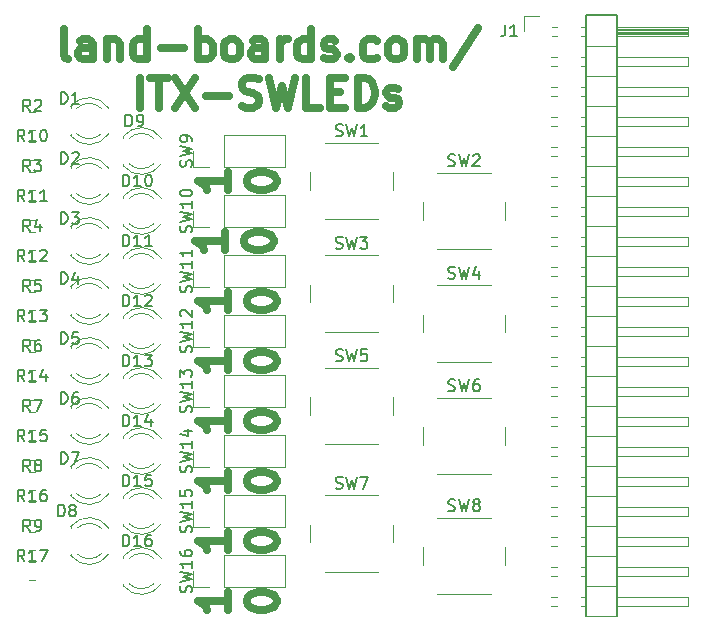
<source format=gto>
G04 #@! TF.GenerationSoftware,KiCad,Pcbnew,(6.0.1)*
G04 #@! TF.CreationDate,2022-08-31T10:29:55-04:00*
G04 #@! TF.ProjectId,ITX-SWLEDs,4954582d-5357-44c4-9544-732e6b696361,1*
G04 #@! TF.SameCoordinates,Original*
G04 #@! TF.FileFunction,Legend,Top*
G04 #@! TF.FilePolarity,Positive*
%FSLAX46Y46*%
G04 Gerber Fmt 4.6, Leading zero omitted, Abs format (unit mm)*
G04 Created by KiCad (PCBNEW (6.0.1)) date 2022-08-31 10:29:55*
%MOMM*%
%LPD*%
G01*
G04 APERTURE LIST*
%ADD10C,0.635000*%
%ADD11C,0.150000*%
%ADD12C,0.120000*%
G04 APERTURE END LIST*
D10*
X122040347Y-69378285D02*
X122040347Y-70829714D01*
X122040347Y-70104000D02*
X119500347Y-70104000D01*
X119863204Y-70345904D01*
X120105109Y-70587809D01*
X120226061Y-70829714D01*
X123589747Y-70224952D02*
X123589747Y-69983047D01*
X123710700Y-69741142D01*
X123831652Y-69620190D01*
X124073557Y-69499238D01*
X124557366Y-69378285D01*
X125162128Y-69378285D01*
X125645938Y-69499238D01*
X125887842Y-69620190D01*
X126008795Y-69741142D01*
X126129747Y-69983047D01*
X126129747Y-70224952D01*
X126008795Y-70466857D01*
X125887842Y-70587809D01*
X125645938Y-70708761D01*
X125162128Y-70829714D01*
X124557366Y-70829714D01*
X124073557Y-70708761D01*
X123831652Y-70587809D01*
X123710700Y-70466857D01*
X123589747Y-70224952D01*
X122294347Y-64298285D02*
X122294347Y-65749714D01*
X122294347Y-65024000D02*
X119754347Y-65024000D01*
X120117204Y-65265904D01*
X120359109Y-65507809D01*
X120480061Y-65749714D01*
X123843747Y-65144952D02*
X123843747Y-64903047D01*
X123964700Y-64661142D01*
X124085652Y-64540190D01*
X124327557Y-64419238D01*
X124811366Y-64298285D01*
X125416128Y-64298285D01*
X125899938Y-64419238D01*
X126141842Y-64540190D01*
X126262795Y-64661142D01*
X126383747Y-64903047D01*
X126383747Y-65144952D01*
X126262795Y-65386857D01*
X126141842Y-65507809D01*
X125899938Y-65628761D01*
X125416128Y-65749714D01*
X124811366Y-65749714D01*
X124327557Y-65628761D01*
X124085652Y-65507809D01*
X123964700Y-65386857D01*
X123843747Y-65144952D01*
X122294347Y-79538285D02*
X122294347Y-80989714D01*
X122294347Y-80264000D02*
X119754347Y-80264000D01*
X120117204Y-80505904D01*
X120359109Y-80747809D01*
X120480061Y-80989714D01*
X123843747Y-80384952D02*
X123843747Y-80143047D01*
X123964700Y-79901142D01*
X124085652Y-79780190D01*
X124327557Y-79659238D01*
X124811366Y-79538285D01*
X125416128Y-79538285D01*
X125899938Y-79659238D01*
X126141842Y-79780190D01*
X126262795Y-79901142D01*
X126383747Y-80143047D01*
X126383747Y-80384952D01*
X126262795Y-80626857D01*
X126141842Y-80747809D01*
X125899938Y-80868761D01*
X125416128Y-80989714D01*
X124811366Y-80989714D01*
X124327557Y-80868761D01*
X124085652Y-80747809D01*
X123964700Y-80626857D01*
X123843747Y-80384952D01*
X122294347Y-94778285D02*
X122294347Y-96229714D01*
X122294347Y-95504000D02*
X119754347Y-95504000D01*
X120117204Y-95745904D01*
X120359109Y-95987809D01*
X120480061Y-96229714D01*
X123843747Y-95624952D02*
X123843747Y-95383047D01*
X123964700Y-95141142D01*
X124085652Y-95020190D01*
X124327557Y-94899238D01*
X124811366Y-94778285D01*
X125416128Y-94778285D01*
X125899938Y-94899238D01*
X126141842Y-95020190D01*
X126262795Y-95141142D01*
X126383747Y-95383047D01*
X126383747Y-95624952D01*
X126262795Y-95866857D01*
X126141842Y-95987809D01*
X125899938Y-96108761D01*
X125416128Y-96229714D01*
X124811366Y-96229714D01*
X124327557Y-96108761D01*
X124085652Y-95987809D01*
X123964700Y-95866857D01*
X123843747Y-95624952D01*
X122294347Y-74458285D02*
X122294347Y-75909714D01*
X122294347Y-75184000D02*
X119754347Y-75184000D01*
X120117204Y-75425904D01*
X120359109Y-75667809D01*
X120480061Y-75909714D01*
X123843747Y-75304952D02*
X123843747Y-75063047D01*
X123964700Y-74821142D01*
X124085652Y-74700190D01*
X124327557Y-74579238D01*
X124811366Y-74458285D01*
X125416128Y-74458285D01*
X125899938Y-74579238D01*
X126141842Y-74700190D01*
X126262795Y-74821142D01*
X126383747Y-75063047D01*
X126383747Y-75304952D01*
X126262795Y-75546857D01*
X126141842Y-75667809D01*
X125899938Y-75788761D01*
X125416128Y-75909714D01*
X124811366Y-75909714D01*
X124327557Y-75788761D01*
X124085652Y-75667809D01*
X123964700Y-75546857D01*
X123843747Y-75304952D01*
X108736190Y-54730347D02*
X108494285Y-54609395D01*
X108373333Y-54367490D01*
X108373333Y-52190347D01*
X110792380Y-54730347D02*
X110792380Y-53399871D01*
X110671428Y-53157966D01*
X110429523Y-53037014D01*
X109945714Y-53037014D01*
X109703809Y-53157966D01*
X110792380Y-54609395D02*
X110550476Y-54730347D01*
X109945714Y-54730347D01*
X109703809Y-54609395D01*
X109582857Y-54367490D01*
X109582857Y-54125585D01*
X109703809Y-53883680D01*
X109945714Y-53762728D01*
X110550476Y-53762728D01*
X110792380Y-53641776D01*
X112001904Y-53037014D02*
X112001904Y-54730347D01*
X112001904Y-53278919D02*
X112122857Y-53157966D01*
X112364761Y-53037014D01*
X112727619Y-53037014D01*
X112969523Y-53157966D01*
X113090476Y-53399871D01*
X113090476Y-54730347D01*
X115388571Y-54730347D02*
X115388571Y-52190347D01*
X115388571Y-54609395D02*
X115146666Y-54730347D01*
X114662857Y-54730347D01*
X114420952Y-54609395D01*
X114300000Y-54488442D01*
X114179047Y-54246538D01*
X114179047Y-53520823D01*
X114300000Y-53278919D01*
X114420952Y-53157966D01*
X114662857Y-53037014D01*
X115146666Y-53037014D01*
X115388571Y-53157966D01*
X116598095Y-53762728D02*
X118533333Y-53762728D01*
X119742857Y-54730347D02*
X119742857Y-52190347D01*
X119742857Y-53157966D02*
X119984761Y-53037014D01*
X120468571Y-53037014D01*
X120710476Y-53157966D01*
X120831428Y-53278919D01*
X120952380Y-53520823D01*
X120952380Y-54246538D01*
X120831428Y-54488442D01*
X120710476Y-54609395D01*
X120468571Y-54730347D01*
X119984761Y-54730347D01*
X119742857Y-54609395D01*
X122403809Y-54730347D02*
X122161904Y-54609395D01*
X122040952Y-54488442D01*
X121920000Y-54246538D01*
X121920000Y-53520823D01*
X122040952Y-53278919D01*
X122161904Y-53157966D01*
X122403809Y-53037014D01*
X122766666Y-53037014D01*
X123008571Y-53157966D01*
X123129523Y-53278919D01*
X123250476Y-53520823D01*
X123250476Y-54246538D01*
X123129523Y-54488442D01*
X123008571Y-54609395D01*
X122766666Y-54730347D01*
X122403809Y-54730347D01*
X125427619Y-54730347D02*
X125427619Y-53399871D01*
X125306666Y-53157966D01*
X125064761Y-53037014D01*
X124580952Y-53037014D01*
X124339047Y-53157966D01*
X125427619Y-54609395D02*
X125185714Y-54730347D01*
X124580952Y-54730347D01*
X124339047Y-54609395D01*
X124218095Y-54367490D01*
X124218095Y-54125585D01*
X124339047Y-53883680D01*
X124580952Y-53762728D01*
X125185714Y-53762728D01*
X125427619Y-53641776D01*
X126637142Y-54730347D02*
X126637142Y-53037014D01*
X126637142Y-53520823D02*
X126758095Y-53278919D01*
X126879047Y-53157966D01*
X127120952Y-53037014D01*
X127362857Y-53037014D01*
X129298095Y-54730347D02*
X129298095Y-52190347D01*
X129298095Y-54609395D02*
X129056190Y-54730347D01*
X128572380Y-54730347D01*
X128330476Y-54609395D01*
X128209523Y-54488442D01*
X128088571Y-54246538D01*
X128088571Y-53520823D01*
X128209523Y-53278919D01*
X128330476Y-53157966D01*
X128572380Y-53037014D01*
X129056190Y-53037014D01*
X129298095Y-53157966D01*
X130386666Y-54609395D02*
X130628571Y-54730347D01*
X131112380Y-54730347D01*
X131354285Y-54609395D01*
X131475238Y-54367490D01*
X131475238Y-54246538D01*
X131354285Y-54004633D01*
X131112380Y-53883680D01*
X130749523Y-53883680D01*
X130507619Y-53762728D01*
X130386666Y-53520823D01*
X130386666Y-53399871D01*
X130507619Y-53157966D01*
X130749523Y-53037014D01*
X131112380Y-53037014D01*
X131354285Y-53157966D01*
X132563809Y-54488442D02*
X132684761Y-54609395D01*
X132563809Y-54730347D01*
X132442857Y-54609395D01*
X132563809Y-54488442D01*
X132563809Y-54730347D01*
X134861904Y-54609395D02*
X134620000Y-54730347D01*
X134136190Y-54730347D01*
X133894285Y-54609395D01*
X133773333Y-54488442D01*
X133652380Y-54246538D01*
X133652380Y-53520823D01*
X133773333Y-53278919D01*
X133894285Y-53157966D01*
X134136190Y-53037014D01*
X134620000Y-53037014D01*
X134861904Y-53157966D01*
X136313333Y-54730347D02*
X136071428Y-54609395D01*
X135950476Y-54488442D01*
X135829523Y-54246538D01*
X135829523Y-53520823D01*
X135950476Y-53278919D01*
X136071428Y-53157966D01*
X136313333Y-53037014D01*
X136676190Y-53037014D01*
X136918095Y-53157966D01*
X137039047Y-53278919D01*
X137160000Y-53520823D01*
X137160000Y-54246538D01*
X137039047Y-54488442D01*
X136918095Y-54609395D01*
X136676190Y-54730347D01*
X136313333Y-54730347D01*
X138248571Y-54730347D02*
X138248571Y-53037014D01*
X138248571Y-53278919D02*
X138369523Y-53157966D01*
X138611428Y-53037014D01*
X138974285Y-53037014D01*
X139216190Y-53157966D01*
X139337142Y-53399871D01*
X139337142Y-54730347D01*
X139337142Y-53399871D02*
X139458095Y-53157966D01*
X139700000Y-53037014D01*
X140062857Y-53037014D01*
X140304761Y-53157966D01*
X140425714Y-53399871D01*
X140425714Y-54730347D01*
X143449523Y-52069395D02*
X141272380Y-55335109D01*
X114844285Y-58819747D02*
X114844285Y-56279747D01*
X115690952Y-56279747D02*
X117142380Y-56279747D01*
X116416666Y-58819747D02*
X116416666Y-56279747D01*
X117747142Y-56279747D02*
X119440476Y-58819747D01*
X119440476Y-56279747D02*
X117747142Y-58819747D01*
X120408095Y-57852128D02*
X122343333Y-57852128D01*
X123431904Y-58698795D02*
X123794761Y-58819747D01*
X124399523Y-58819747D01*
X124641428Y-58698795D01*
X124762380Y-58577842D01*
X124883333Y-58335938D01*
X124883333Y-58094033D01*
X124762380Y-57852128D01*
X124641428Y-57731176D01*
X124399523Y-57610223D01*
X123915714Y-57489271D01*
X123673809Y-57368319D01*
X123552857Y-57247366D01*
X123431904Y-57005461D01*
X123431904Y-56763557D01*
X123552857Y-56521652D01*
X123673809Y-56400700D01*
X123915714Y-56279747D01*
X124520476Y-56279747D01*
X124883333Y-56400700D01*
X125730000Y-56279747D02*
X126334761Y-58819747D01*
X126818571Y-57005461D01*
X127302380Y-58819747D01*
X127907142Y-56279747D01*
X130084285Y-58819747D02*
X128874761Y-58819747D01*
X128874761Y-56279747D01*
X130930952Y-57489271D02*
X131777619Y-57489271D01*
X132140476Y-58819747D02*
X130930952Y-58819747D01*
X130930952Y-56279747D01*
X132140476Y-56279747D01*
X133229047Y-58819747D02*
X133229047Y-56279747D01*
X133833809Y-56279747D01*
X134196666Y-56400700D01*
X134438571Y-56642604D01*
X134559523Y-56884509D01*
X134680476Y-57368319D01*
X134680476Y-57731176D01*
X134559523Y-58214985D01*
X134438571Y-58456890D01*
X134196666Y-58698795D01*
X133833809Y-58819747D01*
X133229047Y-58819747D01*
X135648095Y-58698795D02*
X135890000Y-58819747D01*
X136373809Y-58819747D01*
X136615714Y-58698795D01*
X136736666Y-58456890D01*
X136736666Y-58335938D01*
X136615714Y-58094033D01*
X136373809Y-57973080D01*
X136010952Y-57973080D01*
X135769047Y-57852128D01*
X135648095Y-57610223D01*
X135648095Y-57489271D01*
X135769047Y-57247366D01*
X136010952Y-57126414D01*
X136373809Y-57126414D01*
X136615714Y-57247366D01*
X122294347Y-99858285D02*
X122294347Y-101309714D01*
X122294347Y-100584000D02*
X119754347Y-100584000D01*
X120117204Y-100825904D01*
X120359109Y-101067809D01*
X120480061Y-101309714D01*
X123843747Y-100704952D02*
X123843747Y-100463047D01*
X123964700Y-100221142D01*
X124085652Y-100100190D01*
X124327557Y-99979238D01*
X124811366Y-99858285D01*
X125416128Y-99858285D01*
X125899938Y-99979238D01*
X126141842Y-100100190D01*
X126262795Y-100221142D01*
X126383747Y-100463047D01*
X126383747Y-100704952D01*
X126262795Y-100946857D01*
X126141842Y-101067809D01*
X125899938Y-101188761D01*
X125416128Y-101309714D01*
X124811366Y-101309714D01*
X124327557Y-101188761D01*
X124085652Y-101067809D01*
X123964700Y-100946857D01*
X123843747Y-100704952D01*
X122294347Y-89698285D02*
X122294347Y-91149714D01*
X122294347Y-90424000D02*
X119754347Y-90424000D01*
X120117204Y-90665904D01*
X120359109Y-90907809D01*
X120480061Y-91149714D01*
X123843747Y-90544952D02*
X123843747Y-90303047D01*
X123964700Y-90061142D01*
X124085652Y-89940190D01*
X124327557Y-89819238D01*
X124811366Y-89698285D01*
X125416128Y-89698285D01*
X125899938Y-89819238D01*
X126141842Y-89940190D01*
X126262795Y-90061142D01*
X126383747Y-90303047D01*
X126383747Y-90544952D01*
X126262795Y-90786857D01*
X126141842Y-90907809D01*
X125899938Y-91028761D01*
X125416128Y-91149714D01*
X124811366Y-91149714D01*
X124327557Y-91028761D01*
X124085652Y-90907809D01*
X123964700Y-90786857D01*
X123843747Y-90544952D01*
X122294347Y-84618285D02*
X122294347Y-86069714D01*
X122294347Y-85344000D02*
X119754347Y-85344000D01*
X120117204Y-85585904D01*
X120359109Y-85827809D01*
X120480061Y-86069714D01*
X123843747Y-85464952D02*
X123843747Y-85223047D01*
X123964700Y-84981142D01*
X124085652Y-84860190D01*
X124327557Y-84739238D01*
X124811366Y-84618285D01*
X125416128Y-84618285D01*
X125899938Y-84739238D01*
X126141842Y-84860190D01*
X126262795Y-84981142D01*
X126383747Y-85223047D01*
X126383747Y-85464952D01*
X126262795Y-85706857D01*
X126141842Y-85827809D01*
X125899938Y-85948761D01*
X125416128Y-86069714D01*
X124811366Y-86069714D01*
X124327557Y-85948761D01*
X124085652Y-85827809D01*
X123964700Y-85706857D01*
X123843747Y-85464952D01*
D11*
X119134761Y-84613523D02*
X119182380Y-84470666D01*
X119182380Y-84232571D01*
X119134761Y-84137333D01*
X119087142Y-84089714D01*
X118991904Y-84042095D01*
X118896666Y-84042095D01*
X118801428Y-84089714D01*
X118753809Y-84137333D01*
X118706190Y-84232571D01*
X118658571Y-84423047D01*
X118610952Y-84518285D01*
X118563333Y-84565904D01*
X118468095Y-84613523D01*
X118372857Y-84613523D01*
X118277619Y-84565904D01*
X118230000Y-84518285D01*
X118182380Y-84423047D01*
X118182380Y-84184952D01*
X118230000Y-84042095D01*
X118182380Y-83708761D02*
X119182380Y-83470666D01*
X118468095Y-83280190D01*
X119182380Y-83089714D01*
X118182380Y-82851619D01*
X119182380Y-81946857D02*
X119182380Y-82518285D01*
X119182380Y-82232571D02*
X118182380Y-82232571D01*
X118325238Y-82327809D01*
X118420476Y-82423047D01*
X118468095Y-82518285D01*
X118182380Y-81613523D02*
X118182380Y-80994476D01*
X118563333Y-81327809D01*
X118563333Y-81184952D01*
X118610952Y-81089714D01*
X118658571Y-81042095D01*
X118753809Y-80994476D01*
X118991904Y-80994476D01*
X119087142Y-81042095D01*
X119134761Y-81089714D01*
X119182380Y-81184952D01*
X119182380Y-81470666D01*
X119134761Y-81565904D01*
X119087142Y-81613523D01*
X140906666Y-82768761D02*
X141049523Y-82816380D01*
X141287619Y-82816380D01*
X141382857Y-82768761D01*
X141430476Y-82721142D01*
X141478095Y-82625904D01*
X141478095Y-82530666D01*
X141430476Y-82435428D01*
X141382857Y-82387809D01*
X141287619Y-82340190D01*
X141097142Y-82292571D01*
X141001904Y-82244952D01*
X140954285Y-82197333D01*
X140906666Y-82102095D01*
X140906666Y-82006857D01*
X140954285Y-81911619D01*
X141001904Y-81864000D01*
X141097142Y-81816380D01*
X141335238Y-81816380D01*
X141478095Y-81864000D01*
X141811428Y-81816380D02*
X142049523Y-82816380D01*
X142240000Y-82102095D01*
X142430476Y-82816380D01*
X142668571Y-81816380D01*
X143478095Y-81816380D02*
X143287619Y-81816380D01*
X143192380Y-81864000D01*
X143144761Y-81911619D01*
X143049523Y-82054476D01*
X143001904Y-82244952D01*
X143001904Y-82625904D01*
X143049523Y-82721142D01*
X143097142Y-82768761D01*
X143192380Y-82816380D01*
X143382857Y-82816380D01*
X143478095Y-82768761D01*
X143525714Y-82721142D01*
X143573333Y-82625904D01*
X143573333Y-82387809D01*
X143525714Y-82292571D01*
X143478095Y-82244952D01*
X143382857Y-82197333D01*
X143192380Y-82197333D01*
X143097142Y-82244952D01*
X143049523Y-82292571D01*
X143001904Y-82387809D01*
X105497333Y-74366380D02*
X105164000Y-73890190D01*
X104925904Y-74366380D02*
X104925904Y-73366380D01*
X105306857Y-73366380D01*
X105402095Y-73414000D01*
X105449714Y-73461619D01*
X105497333Y-73556857D01*
X105497333Y-73699714D01*
X105449714Y-73794952D01*
X105402095Y-73842571D01*
X105306857Y-73890190D01*
X104925904Y-73890190D01*
X106402095Y-73366380D02*
X105925904Y-73366380D01*
X105878285Y-73842571D01*
X105925904Y-73794952D01*
X106021142Y-73747333D01*
X106259238Y-73747333D01*
X106354476Y-73794952D01*
X106402095Y-73842571D01*
X106449714Y-73937809D01*
X106449714Y-74175904D01*
X106402095Y-74271142D01*
X106354476Y-74318761D01*
X106259238Y-74366380D01*
X106021142Y-74366380D01*
X105925904Y-74318761D01*
X105878285Y-74271142D01*
X131381666Y-70703761D02*
X131524523Y-70751380D01*
X131762619Y-70751380D01*
X131857857Y-70703761D01*
X131905476Y-70656142D01*
X131953095Y-70560904D01*
X131953095Y-70465666D01*
X131905476Y-70370428D01*
X131857857Y-70322809D01*
X131762619Y-70275190D01*
X131572142Y-70227571D01*
X131476904Y-70179952D01*
X131429285Y-70132333D01*
X131381666Y-70037095D01*
X131381666Y-69941857D01*
X131429285Y-69846619D01*
X131476904Y-69799000D01*
X131572142Y-69751380D01*
X131810238Y-69751380D01*
X131953095Y-69799000D01*
X132286428Y-69751380D02*
X132524523Y-70751380D01*
X132715000Y-70037095D01*
X132905476Y-70751380D01*
X133143571Y-69751380D01*
X133429285Y-69751380D02*
X134048333Y-69751380D01*
X133715000Y-70132333D01*
X133857857Y-70132333D01*
X133953095Y-70179952D01*
X134000714Y-70227571D01*
X134048333Y-70322809D01*
X134048333Y-70560904D01*
X134000714Y-70656142D01*
X133953095Y-70703761D01*
X133857857Y-70751380D01*
X133572142Y-70751380D01*
X133476904Y-70703761D01*
X133429285Y-70656142D01*
X105497333Y-84526380D02*
X105164000Y-84050190D01*
X104925904Y-84526380D02*
X104925904Y-83526380D01*
X105306857Y-83526380D01*
X105402095Y-83574000D01*
X105449714Y-83621619D01*
X105497333Y-83716857D01*
X105497333Y-83859714D01*
X105449714Y-83954952D01*
X105402095Y-84002571D01*
X105306857Y-84050190D01*
X104925904Y-84050190D01*
X105830666Y-83526380D02*
X106497333Y-83526380D01*
X106068761Y-84526380D01*
X119149761Y-74453523D02*
X119197380Y-74310666D01*
X119197380Y-74072571D01*
X119149761Y-73977333D01*
X119102142Y-73929714D01*
X119006904Y-73882095D01*
X118911666Y-73882095D01*
X118816428Y-73929714D01*
X118768809Y-73977333D01*
X118721190Y-74072571D01*
X118673571Y-74263047D01*
X118625952Y-74358285D01*
X118578333Y-74405904D01*
X118483095Y-74453523D01*
X118387857Y-74453523D01*
X118292619Y-74405904D01*
X118245000Y-74358285D01*
X118197380Y-74263047D01*
X118197380Y-74024952D01*
X118245000Y-73882095D01*
X118197380Y-73548761D02*
X119197380Y-73310666D01*
X118483095Y-73120190D01*
X119197380Y-72929714D01*
X118197380Y-72691619D01*
X119197380Y-71786857D02*
X119197380Y-72358285D01*
X119197380Y-72072571D02*
X118197380Y-72072571D01*
X118340238Y-72167809D01*
X118435476Y-72263047D01*
X118483095Y-72358285D01*
X119197380Y-70834476D02*
X119197380Y-71405904D01*
X119197380Y-71120190D02*
X118197380Y-71120190D01*
X118340238Y-71215428D01*
X118435476Y-71310666D01*
X118483095Y-71405904D01*
X105497333Y-89606380D02*
X105164000Y-89130190D01*
X104925904Y-89606380D02*
X104925904Y-88606380D01*
X105306857Y-88606380D01*
X105402095Y-88654000D01*
X105449714Y-88701619D01*
X105497333Y-88796857D01*
X105497333Y-88939714D01*
X105449714Y-89034952D01*
X105402095Y-89082571D01*
X105306857Y-89130190D01*
X104925904Y-89130190D01*
X106068761Y-89034952D02*
X105973523Y-88987333D01*
X105925904Y-88939714D01*
X105878285Y-88844476D01*
X105878285Y-88796857D01*
X105925904Y-88701619D01*
X105973523Y-88654000D01*
X106068761Y-88606380D01*
X106259238Y-88606380D01*
X106354476Y-88654000D01*
X106402095Y-88701619D01*
X106449714Y-88796857D01*
X106449714Y-88844476D01*
X106402095Y-88939714D01*
X106354476Y-88987333D01*
X106259238Y-89034952D01*
X106068761Y-89034952D01*
X105973523Y-89082571D01*
X105925904Y-89130190D01*
X105878285Y-89225428D01*
X105878285Y-89415904D01*
X105925904Y-89511142D01*
X105973523Y-89558761D01*
X106068761Y-89606380D01*
X106259238Y-89606380D01*
X106354476Y-89558761D01*
X106402095Y-89511142D01*
X106449714Y-89415904D01*
X106449714Y-89225428D01*
X106402095Y-89130190D01*
X106354476Y-89082571D01*
X106259238Y-89034952D01*
X105021142Y-61666380D02*
X104687809Y-61190190D01*
X104449714Y-61666380D02*
X104449714Y-60666380D01*
X104830666Y-60666380D01*
X104925904Y-60714000D01*
X104973523Y-60761619D01*
X105021142Y-60856857D01*
X105021142Y-60999714D01*
X104973523Y-61094952D01*
X104925904Y-61142571D01*
X104830666Y-61190190D01*
X104449714Y-61190190D01*
X105973523Y-61666380D02*
X105402095Y-61666380D01*
X105687809Y-61666380D02*
X105687809Y-60666380D01*
X105592571Y-60809238D01*
X105497333Y-60904476D01*
X105402095Y-60952095D01*
X106592571Y-60666380D02*
X106687809Y-60666380D01*
X106783047Y-60714000D01*
X106830666Y-60761619D01*
X106878285Y-60856857D01*
X106925904Y-61047333D01*
X106925904Y-61285428D01*
X106878285Y-61475904D01*
X106830666Y-61571142D01*
X106783047Y-61618761D01*
X106687809Y-61666380D01*
X106592571Y-61666380D01*
X106497333Y-61618761D01*
X106449714Y-61571142D01*
X106402095Y-61475904D01*
X106354476Y-61285428D01*
X106354476Y-61047333D01*
X106402095Y-60856857D01*
X106449714Y-60761619D01*
X106497333Y-60714000D01*
X106592571Y-60666380D01*
X108100904Y-68651380D02*
X108100904Y-67651380D01*
X108339000Y-67651380D01*
X108481857Y-67699000D01*
X108577095Y-67794238D01*
X108624714Y-67889476D01*
X108672333Y-68079952D01*
X108672333Y-68222809D01*
X108624714Y-68413285D01*
X108577095Y-68508523D01*
X108481857Y-68603761D01*
X108339000Y-68651380D01*
X108100904Y-68651380D01*
X109005666Y-67651380D02*
X109624714Y-67651380D01*
X109291380Y-68032333D01*
X109434238Y-68032333D01*
X109529476Y-68079952D01*
X109577095Y-68127571D01*
X109624714Y-68222809D01*
X109624714Y-68460904D01*
X109577095Y-68556142D01*
X109529476Y-68603761D01*
X109434238Y-68651380D01*
X109148523Y-68651380D01*
X109053285Y-68603761D01*
X109005666Y-68556142D01*
X113339714Y-65476380D02*
X113339714Y-64476380D01*
X113577809Y-64476380D01*
X113720666Y-64524000D01*
X113815904Y-64619238D01*
X113863523Y-64714476D01*
X113911142Y-64904952D01*
X113911142Y-65047809D01*
X113863523Y-65238285D01*
X113815904Y-65333523D01*
X113720666Y-65428761D01*
X113577809Y-65476380D01*
X113339714Y-65476380D01*
X114863523Y-65476380D02*
X114292095Y-65476380D01*
X114577809Y-65476380D02*
X114577809Y-64476380D01*
X114482571Y-64619238D01*
X114387333Y-64714476D01*
X114292095Y-64762095D01*
X115482571Y-64476380D02*
X115577809Y-64476380D01*
X115673047Y-64524000D01*
X115720666Y-64571619D01*
X115768285Y-64666857D01*
X115815904Y-64857333D01*
X115815904Y-65095428D01*
X115768285Y-65285904D01*
X115720666Y-65381142D01*
X115673047Y-65428761D01*
X115577809Y-65476380D01*
X115482571Y-65476380D01*
X115387333Y-65428761D01*
X115339714Y-65381142D01*
X115292095Y-65285904D01*
X115244476Y-65095428D01*
X115244476Y-64857333D01*
X115292095Y-64666857D01*
X115339714Y-64571619D01*
X115387333Y-64524000D01*
X115482571Y-64476380D01*
X108100904Y-58491380D02*
X108100904Y-57491380D01*
X108339000Y-57491380D01*
X108481857Y-57539000D01*
X108577095Y-57634238D01*
X108624714Y-57729476D01*
X108672333Y-57919952D01*
X108672333Y-58062809D01*
X108624714Y-58253285D01*
X108577095Y-58348523D01*
X108481857Y-58443761D01*
X108339000Y-58491380D01*
X108100904Y-58491380D01*
X109624714Y-58491380D02*
X109053285Y-58491380D01*
X109339000Y-58491380D02*
X109339000Y-57491380D01*
X109243761Y-57634238D01*
X109148523Y-57729476D01*
X109053285Y-57777095D01*
X119149761Y-99853523D02*
X119197380Y-99710666D01*
X119197380Y-99472571D01*
X119149761Y-99377333D01*
X119102142Y-99329714D01*
X119006904Y-99282095D01*
X118911666Y-99282095D01*
X118816428Y-99329714D01*
X118768809Y-99377333D01*
X118721190Y-99472571D01*
X118673571Y-99663047D01*
X118625952Y-99758285D01*
X118578333Y-99805904D01*
X118483095Y-99853523D01*
X118387857Y-99853523D01*
X118292619Y-99805904D01*
X118245000Y-99758285D01*
X118197380Y-99663047D01*
X118197380Y-99424952D01*
X118245000Y-99282095D01*
X118197380Y-98948761D02*
X119197380Y-98710666D01*
X118483095Y-98520190D01*
X119197380Y-98329714D01*
X118197380Y-98091619D01*
X119197380Y-97186857D02*
X119197380Y-97758285D01*
X119197380Y-97472571D02*
X118197380Y-97472571D01*
X118340238Y-97567809D01*
X118435476Y-97663047D01*
X118483095Y-97758285D01*
X118197380Y-96329714D02*
X118197380Y-96520190D01*
X118245000Y-96615428D01*
X118292619Y-96663047D01*
X118435476Y-96758285D01*
X118625952Y-96805904D01*
X119006904Y-96805904D01*
X119102142Y-96758285D01*
X119149761Y-96710666D01*
X119197380Y-96615428D01*
X119197380Y-96424952D01*
X119149761Y-96329714D01*
X119102142Y-96282095D01*
X119006904Y-96234476D01*
X118768809Y-96234476D01*
X118673571Y-96282095D01*
X118625952Y-96329714D01*
X118578333Y-96424952D01*
X118578333Y-96615428D01*
X118625952Y-96710666D01*
X118673571Y-96758285D01*
X118768809Y-96805904D01*
X105497333Y-64206380D02*
X105164000Y-63730190D01*
X104925904Y-64206380D02*
X104925904Y-63206380D01*
X105306857Y-63206380D01*
X105402095Y-63254000D01*
X105449714Y-63301619D01*
X105497333Y-63396857D01*
X105497333Y-63539714D01*
X105449714Y-63634952D01*
X105402095Y-63682571D01*
X105306857Y-63730190D01*
X104925904Y-63730190D01*
X105830666Y-63206380D02*
X106449714Y-63206380D01*
X106116380Y-63587333D01*
X106259238Y-63587333D01*
X106354476Y-63634952D01*
X106402095Y-63682571D01*
X106449714Y-63777809D01*
X106449714Y-64015904D01*
X106402095Y-64111142D01*
X106354476Y-64158761D01*
X106259238Y-64206380D01*
X105973523Y-64206380D01*
X105878285Y-64158761D01*
X105830666Y-64111142D01*
X105497333Y-94686380D02*
X105164000Y-94210190D01*
X104925904Y-94686380D02*
X104925904Y-93686380D01*
X105306857Y-93686380D01*
X105402095Y-93734000D01*
X105449714Y-93781619D01*
X105497333Y-93876857D01*
X105497333Y-94019714D01*
X105449714Y-94114952D01*
X105402095Y-94162571D01*
X105306857Y-94210190D01*
X104925904Y-94210190D01*
X105973523Y-94686380D02*
X106164000Y-94686380D01*
X106259238Y-94638761D01*
X106306857Y-94591142D01*
X106402095Y-94448285D01*
X106449714Y-94257809D01*
X106449714Y-93876857D01*
X106402095Y-93781619D01*
X106354476Y-93734000D01*
X106259238Y-93686380D01*
X106068761Y-93686380D01*
X105973523Y-93734000D01*
X105925904Y-93781619D01*
X105878285Y-93876857D01*
X105878285Y-94114952D01*
X105925904Y-94210190D01*
X105973523Y-94257809D01*
X106068761Y-94305428D01*
X106259238Y-94305428D01*
X106354476Y-94257809D01*
X106402095Y-94210190D01*
X106449714Y-94114952D01*
X145716666Y-51776380D02*
X145716666Y-52490666D01*
X145669047Y-52633523D01*
X145573809Y-52728761D01*
X145430952Y-52776380D01*
X145335714Y-52776380D01*
X146716666Y-52776380D02*
X146145238Y-52776380D01*
X146430952Y-52776380D02*
X146430952Y-51776380D01*
X146335714Y-51919238D01*
X146240476Y-52014476D01*
X146145238Y-52062095D01*
X113561904Y-60396380D02*
X113561904Y-59396380D01*
X113800000Y-59396380D01*
X113942857Y-59444000D01*
X114038095Y-59539238D01*
X114085714Y-59634476D01*
X114133333Y-59824952D01*
X114133333Y-59967809D01*
X114085714Y-60158285D01*
X114038095Y-60253523D01*
X113942857Y-60348761D01*
X113800000Y-60396380D01*
X113561904Y-60396380D01*
X114609523Y-60396380D02*
X114800000Y-60396380D01*
X114895238Y-60348761D01*
X114942857Y-60301142D01*
X115038095Y-60158285D01*
X115085714Y-59967809D01*
X115085714Y-59586857D01*
X115038095Y-59491619D01*
X114990476Y-59444000D01*
X114895238Y-59396380D01*
X114704761Y-59396380D01*
X114609523Y-59444000D01*
X114561904Y-59491619D01*
X114514285Y-59586857D01*
X114514285Y-59824952D01*
X114561904Y-59920190D01*
X114609523Y-59967809D01*
X114704761Y-60015428D01*
X114895238Y-60015428D01*
X114990476Y-59967809D01*
X115038095Y-59920190D01*
X115085714Y-59824952D01*
X119149761Y-69373523D02*
X119197380Y-69230666D01*
X119197380Y-68992571D01*
X119149761Y-68897333D01*
X119102142Y-68849714D01*
X119006904Y-68802095D01*
X118911666Y-68802095D01*
X118816428Y-68849714D01*
X118768809Y-68897333D01*
X118721190Y-68992571D01*
X118673571Y-69183047D01*
X118625952Y-69278285D01*
X118578333Y-69325904D01*
X118483095Y-69373523D01*
X118387857Y-69373523D01*
X118292619Y-69325904D01*
X118245000Y-69278285D01*
X118197380Y-69183047D01*
X118197380Y-68944952D01*
X118245000Y-68802095D01*
X118197380Y-68468761D02*
X119197380Y-68230666D01*
X118483095Y-68040190D01*
X119197380Y-67849714D01*
X118197380Y-67611619D01*
X119197380Y-66706857D02*
X119197380Y-67278285D01*
X119197380Y-66992571D02*
X118197380Y-66992571D01*
X118340238Y-67087809D01*
X118435476Y-67183047D01*
X118483095Y-67278285D01*
X118197380Y-66087809D02*
X118197380Y-65992571D01*
X118245000Y-65897333D01*
X118292619Y-65849714D01*
X118387857Y-65802095D01*
X118578333Y-65754476D01*
X118816428Y-65754476D01*
X119006904Y-65802095D01*
X119102142Y-65849714D01*
X119149761Y-65897333D01*
X119197380Y-65992571D01*
X119197380Y-66087809D01*
X119149761Y-66183047D01*
X119102142Y-66230666D01*
X119006904Y-66278285D01*
X118816428Y-66325904D01*
X118578333Y-66325904D01*
X118387857Y-66278285D01*
X118292619Y-66230666D01*
X118245000Y-66183047D01*
X118197380Y-66087809D01*
X119149761Y-94773523D02*
X119197380Y-94630666D01*
X119197380Y-94392571D01*
X119149761Y-94297333D01*
X119102142Y-94249714D01*
X119006904Y-94202095D01*
X118911666Y-94202095D01*
X118816428Y-94249714D01*
X118768809Y-94297333D01*
X118721190Y-94392571D01*
X118673571Y-94583047D01*
X118625952Y-94678285D01*
X118578333Y-94725904D01*
X118483095Y-94773523D01*
X118387857Y-94773523D01*
X118292619Y-94725904D01*
X118245000Y-94678285D01*
X118197380Y-94583047D01*
X118197380Y-94344952D01*
X118245000Y-94202095D01*
X118197380Y-93868761D02*
X119197380Y-93630666D01*
X118483095Y-93440190D01*
X119197380Y-93249714D01*
X118197380Y-93011619D01*
X119197380Y-92106857D02*
X119197380Y-92678285D01*
X119197380Y-92392571D02*
X118197380Y-92392571D01*
X118340238Y-92487809D01*
X118435476Y-92583047D01*
X118483095Y-92678285D01*
X118197380Y-91202095D02*
X118197380Y-91678285D01*
X118673571Y-91725904D01*
X118625952Y-91678285D01*
X118578333Y-91583047D01*
X118578333Y-91344952D01*
X118625952Y-91249714D01*
X118673571Y-91202095D01*
X118768809Y-91154476D01*
X119006904Y-91154476D01*
X119102142Y-91202095D01*
X119149761Y-91249714D01*
X119197380Y-91344952D01*
X119197380Y-91583047D01*
X119149761Y-91678285D01*
X119102142Y-91725904D01*
X131381666Y-61178761D02*
X131524523Y-61226380D01*
X131762619Y-61226380D01*
X131857857Y-61178761D01*
X131905476Y-61131142D01*
X131953095Y-61035904D01*
X131953095Y-60940666D01*
X131905476Y-60845428D01*
X131857857Y-60797809D01*
X131762619Y-60750190D01*
X131572142Y-60702571D01*
X131476904Y-60654952D01*
X131429285Y-60607333D01*
X131381666Y-60512095D01*
X131381666Y-60416857D01*
X131429285Y-60321619D01*
X131476904Y-60274000D01*
X131572142Y-60226380D01*
X131810238Y-60226380D01*
X131953095Y-60274000D01*
X132286428Y-60226380D02*
X132524523Y-61226380D01*
X132715000Y-60512095D01*
X132905476Y-61226380D01*
X133143571Y-60226380D01*
X134048333Y-61226380D02*
X133476904Y-61226380D01*
X133762619Y-61226380D02*
X133762619Y-60226380D01*
X133667380Y-60369238D01*
X133572142Y-60464476D01*
X133476904Y-60512095D01*
X113339714Y-95956380D02*
X113339714Y-94956380D01*
X113577809Y-94956380D01*
X113720666Y-95004000D01*
X113815904Y-95099238D01*
X113863523Y-95194476D01*
X113911142Y-95384952D01*
X113911142Y-95527809D01*
X113863523Y-95718285D01*
X113815904Y-95813523D01*
X113720666Y-95908761D01*
X113577809Y-95956380D01*
X113339714Y-95956380D01*
X114863523Y-95956380D02*
X114292095Y-95956380D01*
X114577809Y-95956380D02*
X114577809Y-94956380D01*
X114482571Y-95099238D01*
X114387333Y-95194476D01*
X114292095Y-95242095D01*
X115720666Y-94956380D02*
X115530190Y-94956380D01*
X115434952Y-95004000D01*
X115387333Y-95051619D01*
X115292095Y-95194476D01*
X115244476Y-95384952D01*
X115244476Y-95765904D01*
X115292095Y-95861142D01*
X115339714Y-95908761D01*
X115434952Y-95956380D01*
X115625428Y-95956380D01*
X115720666Y-95908761D01*
X115768285Y-95861142D01*
X115815904Y-95765904D01*
X115815904Y-95527809D01*
X115768285Y-95432571D01*
X115720666Y-95384952D01*
X115625428Y-95337333D01*
X115434952Y-95337333D01*
X115339714Y-95384952D01*
X115292095Y-95432571D01*
X115244476Y-95527809D01*
X131381666Y-91023761D02*
X131524523Y-91071380D01*
X131762619Y-91071380D01*
X131857857Y-91023761D01*
X131905476Y-90976142D01*
X131953095Y-90880904D01*
X131953095Y-90785666D01*
X131905476Y-90690428D01*
X131857857Y-90642809D01*
X131762619Y-90595190D01*
X131572142Y-90547571D01*
X131476904Y-90499952D01*
X131429285Y-90452333D01*
X131381666Y-90357095D01*
X131381666Y-90261857D01*
X131429285Y-90166619D01*
X131476904Y-90119000D01*
X131572142Y-90071380D01*
X131810238Y-90071380D01*
X131953095Y-90119000D01*
X132286428Y-90071380D02*
X132524523Y-91071380D01*
X132715000Y-90357095D01*
X132905476Y-91071380D01*
X133143571Y-90071380D01*
X133429285Y-90071380D02*
X134095952Y-90071380D01*
X133667380Y-91071380D01*
X105021142Y-97226380D02*
X104687809Y-96750190D01*
X104449714Y-97226380D02*
X104449714Y-96226380D01*
X104830666Y-96226380D01*
X104925904Y-96274000D01*
X104973523Y-96321619D01*
X105021142Y-96416857D01*
X105021142Y-96559714D01*
X104973523Y-96654952D01*
X104925904Y-96702571D01*
X104830666Y-96750190D01*
X104449714Y-96750190D01*
X105973523Y-97226380D02*
X105402095Y-97226380D01*
X105687809Y-97226380D02*
X105687809Y-96226380D01*
X105592571Y-96369238D01*
X105497333Y-96464476D01*
X105402095Y-96512095D01*
X106306857Y-96226380D02*
X106973523Y-96226380D01*
X106544952Y-97226380D01*
X140906666Y-63718761D02*
X141049523Y-63766380D01*
X141287619Y-63766380D01*
X141382857Y-63718761D01*
X141430476Y-63671142D01*
X141478095Y-63575904D01*
X141478095Y-63480666D01*
X141430476Y-63385428D01*
X141382857Y-63337809D01*
X141287619Y-63290190D01*
X141097142Y-63242571D01*
X141001904Y-63194952D01*
X140954285Y-63147333D01*
X140906666Y-63052095D01*
X140906666Y-62956857D01*
X140954285Y-62861619D01*
X141001904Y-62814000D01*
X141097142Y-62766380D01*
X141335238Y-62766380D01*
X141478095Y-62814000D01*
X141811428Y-62766380D02*
X142049523Y-63766380D01*
X142240000Y-63052095D01*
X142430476Y-63766380D01*
X142668571Y-62766380D01*
X143001904Y-62861619D02*
X143049523Y-62814000D01*
X143144761Y-62766380D01*
X143382857Y-62766380D01*
X143478095Y-62814000D01*
X143525714Y-62861619D01*
X143573333Y-62956857D01*
X143573333Y-63052095D01*
X143525714Y-63194952D01*
X142954285Y-63766380D01*
X143573333Y-63766380D01*
X113339714Y-80716380D02*
X113339714Y-79716380D01*
X113577809Y-79716380D01*
X113720666Y-79764000D01*
X113815904Y-79859238D01*
X113863523Y-79954476D01*
X113911142Y-80144952D01*
X113911142Y-80287809D01*
X113863523Y-80478285D01*
X113815904Y-80573523D01*
X113720666Y-80668761D01*
X113577809Y-80716380D01*
X113339714Y-80716380D01*
X114863523Y-80716380D02*
X114292095Y-80716380D01*
X114577809Y-80716380D02*
X114577809Y-79716380D01*
X114482571Y-79859238D01*
X114387333Y-79954476D01*
X114292095Y-80002095D01*
X115196857Y-79716380D02*
X115815904Y-79716380D01*
X115482571Y-80097333D01*
X115625428Y-80097333D01*
X115720666Y-80144952D01*
X115768285Y-80192571D01*
X115815904Y-80287809D01*
X115815904Y-80525904D01*
X115768285Y-80621142D01*
X115720666Y-80668761D01*
X115625428Y-80716380D01*
X115339714Y-80716380D01*
X115244476Y-80668761D01*
X115196857Y-80621142D01*
X108100904Y-78811380D02*
X108100904Y-77811380D01*
X108339000Y-77811380D01*
X108481857Y-77859000D01*
X108577095Y-77954238D01*
X108624714Y-78049476D01*
X108672333Y-78239952D01*
X108672333Y-78382809D01*
X108624714Y-78573285D01*
X108577095Y-78668523D01*
X108481857Y-78763761D01*
X108339000Y-78811380D01*
X108100904Y-78811380D01*
X109577095Y-77811380D02*
X109100904Y-77811380D01*
X109053285Y-78287571D01*
X109100904Y-78239952D01*
X109196142Y-78192333D01*
X109434238Y-78192333D01*
X109529476Y-78239952D01*
X109577095Y-78287571D01*
X109624714Y-78382809D01*
X109624714Y-78620904D01*
X109577095Y-78716142D01*
X109529476Y-78763761D01*
X109434238Y-78811380D01*
X109196142Y-78811380D01*
X109100904Y-78763761D01*
X109053285Y-78716142D01*
X105021142Y-71826380D02*
X104687809Y-71350190D01*
X104449714Y-71826380D02*
X104449714Y-70826380D01*
X104830666Y-70826380D01*
X104925904Y-70874000D01*
X104973523Y-70921619D01*
X105021142Y-71016857D01*
X105021142Y-71159714D01*
X104973523Y-71254952D01*
X104925904Y-71302571D01*
X104830666Y-71350190D01*
X104449714Y-71350190D01*
X105973523Y-71826380D02*
X105402095Y-71826380D01*
X105687809Y-71826380D02*
X105687809Y-70826380D01*
X105592571Y-70969238D01*
X105497333Y-71064476D01*
X105402095Y-71112095D01*
X106354476Y-70921619D02*
X106402095Y-70874000D01*
X106497333Y-70826380D01*
X106735428Y-70826380D01*
X106830666Y-70874000D01*
X106878285Y-70921619D01*
X106925904Y-71016857D01*
X106925904Y-71112095D01*
X106878285Y-71254952D01*
X106306857Y-71826380D01*
X106925904Y-71826380D01*
X105021142Y-81986380D02*
X104687809Y-81510190D01*
X104449714Y-81986380D02*
X104449714Y-80986380D01*
X104830666Y-80986380D01*
X104925904Y-81034000D01*
X104973523Y-81081619D01*
X105021142Y-81176857D01*
X105021142Y-81319714D01*
X104973523Y-81414952D01*
X104925904Y-81462571D01*
X104830666Y-81510190D01*
X104449714Y-81510190D01*
X105973523Y-81986380D02*
X105402095Y-81986380D01*
X105687809Y-81986380D02*
X105687809Y-80986380D01*
X105592571Y-81129238D01*
X105497333Y-81224476D01*
X105402095Y-81272095D01*
X106830666Y-81319714D02*
X106830666Y-81986380D01*
X106592571Y-80938761D02*
X106354476Y-81653047D01*
X106973523Y-81653047D01*
X119149761Y-79533523D02*
X119197380Y-79390666D01*
X119197380Y-79152571D01*
X119149761Y-79057333D01*
X119102142Y-79009714D01*
X119006904Y-78962095D01*
X118911666Y-78962095D01*
X118816428Y-79009714D01*
X118768809Y-79057333D01*
X118721190Y-79152571D01*
X118673571Y-79343047D01*
X118625952Y-79438285D01*
X118578333Y-79485904D01*
X118483095Y-79533523D01*
X118387857Y-79533523D01*
X118292619Y-79485904D01*
X118245000Y-79438285D01*
X118197380Y-79343047D01*
X118197380Y-79104952D01*
X118245000Y-78962095D01*
X118197380Y-78628761D02*
X119197380Y-78390666D01*
X118483095Y-78200190D01*
X119197380Y-78009714D01*
X118197380Y-77771619D01*
X119197380Y-76866857D02*
X119197380Y-77438285D01*
X119197380Y-77152571D02*
X118197380Y-77152571D01*
X118340238Y-77247809D01*
X118435476Y-77343047D01*
X118483095Y-77438285D01*
X118292619Y-76485904D02*
X118245000Y-76438285D01*
X118197380Y-76343047D01*
X118197380Y-76104952D01*
X118245000Y-76009714D01*
X118292619Y-75962095D01*
X118387857Y-75914476D01*
X118483095Y-75914476D01*
X118625952Y-75962095D01*
X119197380Y-76533523D01*
X119197380Y-75914476D01*
X113339714Y-75636380D02*
X113339714Y-74636380D01*
X113577809Y-74636380D01*
X113720666Y-74684000D01*
X113815904Y-74779238D01*
X113863523Y-74874476D01*
X113911142Y-75064952D01*
X113911142Y-75207809D01*
X113863523Y-75398285D01*
X113815904Y-75493523D01*
X113720666Y-75588761D01*
X113577809Y-75636380D01*
X113339714Y-75636380D01*
X114863523Y-75636380D02*
X114292095Y-75636380D01*
X114577809Y-75636380D02*
X114577809Y-74636380D01*
X114482571Y-74779238D01*
X114387333Y-74874476D01*
X114292095Y-74922095D01*
X115244476Y-74731619D02*
X115292095Y-74684000D01*
X115387333Y-74636380D01*
X115625428Y-74636380D01*
X115720666Y-74684000D01*
X115768285Y-74731619D01*
X115815904Y-74826857D01*
X115815904Y-74922095D01*
X115768285Y-75064952D01*
X115196857Y-75636380D01*
X115815904Y-75636380D01*
X108100904Y-73731380D02*
X108100904Y-72731380D01*
X108339000Y-72731380D01*
X108481857Y-72779000D01*
X108577095Y-72874238D01*
X108624714Y-72969476D01*
X108672333Y-73159952D01*
X108672333Y-73302809D01*
X108624714Y-73493285D01*
X108577095Y-73588523D01*
X108481857Y-73683761D01*
X108339000Y-73731380D01*
X108100904Y-73731380D01*
X109529476Y-73064714D02*
X109529476Y-73731380D01*
X109291380Y-72683761D02*
X109053285Y-73398047D01*
X109672333Y-73398047D01*
X105021142Y-76906380D02*
X104687809Y-76430190D01*
X104449714Y-76906380D02*
X104449714Y-75906380D01*
X104830666Y-75906380D01*
X104925904Y-75954000D01*
X104973523Y-76001619D01*
X105021142Y-76096857D01*
X105021142Y-76239714D01*
X104973523Y-76334952D01*
X104925904Y-76382571D01*
X104830666Y-76430190D01*
X104449714Y-76430190D01*
X105973523Y-76906380D02*
X105402095Y-76906380D01*
X105687809Y-76906380D02*
X105687809Y-75906380D01*
X105592571Y-76049238D01*
X105497333Y-76144476D01*
X105402095Y-76192095D01*
X106306857Y-75906380D02*
X106925904Y-75906380D01*
X106592571Y-76287333D01*
X106735428Y-76287333D01*
X106830666Y-76334952D01*
X106878285Y-76382571D01*
X106925904Y-76477809D01*
X106925904Y-76715904D01*
X106878285Y-76811142D01*
X106830666Y-76858761D01*
X106735428Y-76906380D01*
X106449714Y-76906380D01*
X106354476Y-76858761D01*
X106306857Y-76811142D01*
X113339714Y-85796380D02*
X113339714Y-84796380D01*
X113577809Y-84796380D01*
X113720666Y-84844000D01*
X113815904Y-84939238D01*
X113863523Y-85034476D01*
X113911142Y-85224952D01*
X113911142Y-85367809D01*
X113863523Y-85558285D01*
X113815904Y-85653523D01*
X113720666Y-85748761D01*
X113577809Y-85796380D01*
X113339714Y-85796380D01*
X114863523Y-85796380D02*
X114292095Y-85796380D01*
X114577809Y-85796380D02*
X114577809Y-84796380D01*
X114482571Y-84939238D01*
X114387333Y-85034476D01*
X114292095Y-85082095D01*
X115720666Y-85129714D02*
X115720666Y-85796380D01*
X115482571Y-84748761D02*
X115244476Y-85463047D01*
X115863523Y-85463047D01*
X105497333Y-79446380D02*
X105164000Y-78970190D01*
X104925904Y-79446380D02*
X104925904Y-78446380D01*
X105306857Y-78446380D01*
X105402095Y-78494000D01*
X105449714Y-78541619D01*
X105497333Y-78636857D01*
X105497333Y-78779714D01*
X105449714Y-78874952D01*
X105402095Y-78922571D01*
X105306857Y-78970190D01*
X104925904Y-78970190D01*
X106354476Y-78446380D02*
X106164000Y-78446380D01*
X106068761Y-78494000D01*
X106021142Y-78541619D01*
X105925904Y-78684476D01*
X105878285Y-78874952D01*
X105878285Y-79255904D01*
X105925904Y-79351142D01*
X105973523Y-79398761D01*
X106068761Y-79446380D01*
X106259238Y-79446380D01*
X106354476Y-79398761D01*
X106402095Y-79351142D01*
X106449714Y-79255904D01*
X106449714Y-79017809D01*
X106402095Y-78922571D01*
X106354476Y-78874952D01*
X106259238Y-78827333D01*
X106068761Y-78827333D01*
X105973523Y-78874952D01*
X105925904Y-78922571D01*
X105878285Y-79017809D01*
X119149761Y-63817333D02*
X119197380Y-63674476D01*
X119197380Y-63436380D01*
X119149761Y-63341142D01*
X119102142Y-63293523D01*
X119006904Y-63245904D01*
X118911666Y-63245904D01*
X118816428Y-63293523D01*
X118768809Y-63341142D01*
X118721190Y-63436380D01*
X118673571Y-63626857D01*
X118625952Y-63722095D01*
X118578333Y-63769714D01*
X118483095Y-63817333D01*
X118387857Y-63817333D01*
X118292619Y-63769714D01*
X118245000Y-63722095D01*
X118197380Y-63626857D01*
X118197380Y-63388761D01*
X118245000Y-63245904D01*
X118197380Y-62912571D02*
X119197380Y-62674476D01*
X118483095Y-62484000D01*
X119197380Y-62293523D01*
X118197380Y-62055428D01*
X119197380Y-61626857D02*
X119197380Y-61436380D01*
X119149761Y-61341142D01*
X119102142Y-61293523D01*
X118959285Y-61198285D01*
X118768809Y-61150666D01*
X118387857Y-61150666D01*
X118292619Y-61198285D01*
X118245000Y-61245904D01*
X118197380Y-61341142D01*
X118197380Y-61531619D01*
X118245000Y-61626857D01*
X118292619Y-61674476D01*
X118387857Y-61722095D01*
X118625952Y-61722095D01*
X118721190Y-61674476D01*
X118768809Y-61626857D01*
X118816428Y-61531619D01*
X118816428Y-61341142D01*
X118768809Y-61245904D01*
X118721190Y-61198285D01*
X118625952Y-61150666D01*
X108100904Y-63571380D02*
X108100904Y-62571380D01*
X108339000Y-62571380D01*
X108481857Y-62619000D01*
X108577095Y-62714238D01*
X108624714Y-62809476D01*
X108672333Y-62999952D01*
X108672333Y-63142809D01*
X108624714Y-63333285D01*
X108577095Y-63428523D01*
X108481857Y-63523761D01*
X108339000Y-63571380D01*
X108100904Y-63571380D01*
X109053285Y-62666619D02*
X109100904Y-62619000D01*
X109196142Y-62571380D01*
X109434238Y-62571380D01*
X109529476Y-62619000D01*
X109577095Y-62666619D01*
X109624714Y-62761857D01*
X109624714Y-62857095D01*
X109577095Y-62999952D01*
X109005666Y-63571380D01*
X109624714Y-63571380D01*
X105021142Y-92146380D02*
X104687809Y-91670190D01*
X104449714Y-92146380D02*
X104449714Y-91146380D01*
X104830666Y-91146380D01*
X104925904Y-91194000D01*
X104973523Y-91241619D01*
X105021142Y-91336857D01*
X105021142Y-91479714D01*
X104973523Y-91574952D01*
X104925904Y-91622571D01*
X104830666Y-91670190D01*
X104449714Y-91670190D01*
X105973523Y-92146380D02*
X105402095Y-92146380D01*
X105687809Y-92146380D02*
X105687809Y-91146380D01*
X105592571Y-91289238D01*
X105497333Y-91384476D01*
X105402095Y-91432095D01*
X106830666Y-91146380D02*
X106640190Y-91146380D01*
X106544952Y-91194000D01*
X106497333Y-91241619D01*
X106402095Y-91384476D01*
X106354476Y-91574952D01*
X106354476Y-91955904D01*
X106402095Y-92051142D01*
X106449714Y-92098761D01*
X106544952Y-92146380D01*
X106735428Y-92146380D01*
X106830666Y-92098761D01*
X106878285Y-92051142D01*
X106925904Y-91955904D01*
X106925904Y-91717809D01*
X106878285Y-91622571D01*
X106830666Y-91574952D01*
X106735428Y-91527333D01*
X106544952Y-91527333D01*
X106449714Y-91574952D01*
X106402095Y-91622571D01*
X106354476Y-91717809D01*
X105497333Y-59126380D02*
X105164000Y-58650190D01*
X104925904Y-59126380D02*
X104925904Y-58126380D01*
X105306857Y-58126380D01*
X105402095Y-58174000D01*
X105449714Y-58221619D01*
X105497333Y-58316857D01*
X105497333Y-58459714D01*
X105449714Y-58554952D01*
X105402095Y-58602571D01*
X105306857Y-58650190D01*
X104925904Y-58650190D01*
X105878285Y-58221619D02*
X105925904Y-58174000D01*
X106021142Y-58126380D01*
X106259238Y-58126380D01*
X106354476Y-58174000D01*
X106402095Y-58221619D01*
X106449714Y-58316857D01*
X106449714Y-58412095D01*
X106402095Y-58554952D01*
X105830666Y-59126380D01*
X106449714Y-59126380D01*
X119149761Y-89693523D02*
X119197380Y-89550666D01*
X119197380Y-89312571D01*
X119149761Y-89217333D01*
X119102142Y-89169714D01*
X119006904Y-89122095D01*
X118911666Y-89122095D01*
X118816428Y-89169714D01*
X118768809Y-89217333D01*
X118721190Y-89312571D01*
X118673571Y-89503047D01*
X118625952Y-89598285D01*
X118578333Y-89645904D01*
X118483095Y-89693523D01*
X118387857Y-89693523D01*
X118292619Y-89645904D01*
X118245000Y-89598285D01*
X118197380Y-89503047D01*
X118197380Y-89264952D01*
X118245000Y-89122095D01*
X118197380Y-88788761D02*
X119197380Y-88550666D01*
X118483095Y-88360190D01*
X119197380Y-88169714D01*
X118197380Y-87931619D01*
X119197380Y-87026857D02*
X119197380Y-87598285D01*
X119197380Y-87312571D02*
X118197380Y-87312571D01*
X118340238Y-87407809D01*
X118435476Y-87503047D01*
X118483095Y-87598285D01*
X118530714Y-86169714D02*
X119197380Y-86169714D01*
X118149761Y-86407809D02*
X118864047Y-86645904D01*
X118864047Y-86026857D01*
X140906666Y-92928761D02*
X141049523Y-92976380D01*
X141287619Y-92976380D01*
X141382857Y-92928761D01*
X141430476Y-92881142D01*
X141478095Y-92785904D01*
X141478095Y-92690666D01*
X141430476Y-92595428D01*
X141382857Y-92547809D01*
X141287619Y-92500190D01*
X141097142Y-92452571D01*
X141001904Y-92404952D01*
X140954285Y-92357333D01*
X140906666Y-92262095D01*
X140906666Y-92166857D01*
X140954285Y-92071619D01*
X141001904Y-92024000D01*
X141097142Y-91976380D01*
X141335238Y-91976380D01*
X141478095Y-92024000D01*
X141811428Y-91976380D02*
X142049523Y-92976380D01*
X142240000Y-92262095D01*
X142430476Y-92976380D01*
X142668571Y-91976380D01*
X143192380Y-92404952D02*
X143097142Y-92357333D01*
X143049523Y-92309714D01*
X143001904Y-92214476D01*
X143001904Y-92166857D01*
X143049523Y-92071619D01*
X143097142Y-92024000D01*
X143192380Y-91976380D01*
X143382857Y-91976380D01*
X143478095Y-92024000D01*
X143525714Y-92071619D01*
X143573333Y-92166857D01*
X143573333Y-92214476D01*
X143525714Y-92309714D01*
X143478095Y-92357333D01*
X143382857Y-92404952D01*
X143192380Y-92404952D01*
X143097142Y-92452571D01*
X143049523Y-92500190D01*
X143001904Y-92595428D01*
X143001904Y-92785904D01*
X143049523Y-92881142D01*
X143097142Y-92928761D01*
X143192380Y-92976380D01*
X143382857Y-92976380D01*
X143478095Y-92928761D01*
X143525714Y-92881142D01*
X143573333Y-92785904D01*
X143573333Y-92595428D01*
X143525714Y-92500190D01*
X143478095Y-92452571D01*
X143382857Y-92404952D01*
X107861904Y-93416380D02*
X107861904Y-92416380D01*
X108100000Y-92416380D01*
X108242857Y-92464000D01*
X108338095Y-92559238D01*
X108385714Y-92654476D01*
X108433333Y-92844952D01*
X108433333Y-92987809D01*
X108385714Y-93178285D01*
X108338095Y-93273523D01*
X108242857Y-93368761D01*
X108100000Y-93416380D01*
X107861904Y-93416380D01*
X109004761Y-92844952D02*
X108909523Y-92797333D01*
X108861904Y-92749714D01*
X108814285Y-92654476D01*
X108814285Y-92606857D01*
X108861904Y-92511619D01*
X108909523Y-92464000D01*
X109004761Y-92416380D01*
X109195238Y-92416380D01*
X109290476Y-92464000D01*
X109338095Y-92511619D01*
X109385714Y-92606857D01*
X109385714Y-92654476D01*
X109338095Y-92749714D01*
X109290476Y-92797333D01*
X109195238Y-92844952D01*
X109004761Y-92844952D01*
X108909523Y-92892571D01*
X108861904Y-92940190D01*
X108814285Y-93035428D01*
X108814285Y-93225904D01*
X108861904Y-93321142D01*
X108909523Y-93368761D01*
X109004761Y-93416380D01*
X109195238Y-93416380D01*
X109290476Y-93368761D01*
X109338095Y-93321142D01*
X109385714Y-93225904D01*
X109385714Y-93035428D01*
X109338095Y-92940190D01*
X109290476Y-92892571D01*
X109195238Y-92844952D01*
X131381666Y-80228761D02*
X131524523Y-80276380D01*
X131762619Y-80276380D01*
X131857857Y-80228761D01*
X131905476Y-80181142D01*
X131953095Y-80085904D01*
X131953095Y-79990666D01*
X131905476Y-79895428D01*
X131857857Y-79847809D01*
X131762619Y-79800190D01*
X131572142Y-79752571D01*
X131476904Y-79704952D01*
X131429285Y-79657333D01*
X131381666Y-79562095D01*
X131381666Y-79466857D01*
X131429285Y-79371619D01*
X131476904Y-79324000D01*
X131572142Y-79276380D01*
X131810238Y-79276380D01*
X131953095Y-79324000D01*
X132286428Y-79276380D02*
X132524523Y-80276380D01*
X132715000Y-79562095D01*
X132905476Y-80276380D01*
X133143571Y-79276380D01*
X134000714Y-79276380D02*
X133524523Y-79276380D01*
X133476904Y-79752571D01*
X133524523Y-79704952D01*
X133619761Y-79657333D01*
X133857857Y-79657333D01*
X133953095Y-79704952D01*
X134000714Y-79752571D01*
X134048333Y-79847809D01*
X134048333Y-80085904D01*
X134000714Y-80181142D01*
X133953095Y-80228761D01*
X133857857Y-80276380D01*
X133619761Y-80276380D01*
X133524523Y-80228761D01*
X133476904Y-80181142D01*
X108100904Y-83891380D02*
X108100904Y-82891380D01*
X108339000Y-82891380D01*
X108481857Y-82939000D01*
X108577095Y-83034238D01*
X108624714Y-83129476D01*
X108672333Y-83319952D01*
X108672333Y-83462809D01*
X108624714Y-83653285D01*
X108577095Y-83748523D01*
X108481857Y-83843761D01*
X108339000Y-83891380D01*
X108100904Y-83891380D01*
X109529476Y-82891380D02*
X109339000Y-82891380D01*
X109243761Y-82939000D01*
X109196142Y-82986619D01*
X109100904Y-83129476D01*
X109053285Y-83319952D01*
X109053285Y-83700904D01*
X109100904Y-83796142D01*
X109148523Y-83843761D01*
X109243761Y-83891380D01*
X109434238Y-83891380D01*
X109529476Y-83843761D01*
X109577095Y-83796142D01*
X109624714Y-83700904D01*
X109624714Y-83462809D01*
X109577095Y-83367571D01*
X109529476Y-83319952D01*
X109434238Y-83272333D01*
X109243761Y-83272333D01*
X109148523Y-83319952D01*
X109100904Y-83367571D01*
X109053285Y-83462809D01*
X113339714Y-90876380D02*
X113339714Y-89876380D01*
X113577809Y-89876380D01*
X113720666Y-89924000D01*
X113815904Y-90019238D01*
X113863523Y-90114476D01*
X113911142Y-90304952D01*
X113911142Y-90447809D01*
X113863523Y-90638285D01*
X113815904Y-90733523D01*
X113720666Y-90828761D01*
X113577809Y-90876380D01*
X113339714Y-90876380D01*
X114863523Y-90876380D02*
X114292095Y-90876380D01*
X114577809Y-90876380D02*
X114577809Y-89876380D01*
X114482571Y-90019238D01*
X114387333Y-90114476D01*
X114292095Y-90162095D01*
X115768285Y-89876380D02*
X115292095Y-89876380D01*
X115244476Y-90352571D01*
X115292095Y-90304952D01*
X115387333Y-90257333D01*
X115625428Y-90257333D01*
X115720666Y-90304952D01*
X115768285Y-90352571D01*
X115815904Y-90447809D01*
X115815904Y-90685904D01*
X115768285Y-90781142D01*
X115720666Y-90828761D01*
X115625428Y-90876380D01*
X115387333Y-90876380D01*
X115292095Y-90828761D01*
X115244476Y-90781142D01*
X113339714Y-70556380D02*
X113339714Y-69556380D01*
X113577809Y-69556380D01*
X113720666Y-69604000D01*
X113815904Y-69699238D01*
X113863523Y-69794476D01*
X113911142Y-69984952D01*
X113911142Y-70127809D01*
X113863523Y-70318285D01*
X113815904Y-70413523D01*
X113720666Y-70508761D01*
X113577809Y-70556380D01*
X113339714Y-70556380D01*
X114863523Y-70556380D02*
X114292095Y-70556380D01*
X114577809Y-70556380D02*
X114577809Y-69556380D01*
X114482571Y-69699238D01*
X114387333Y-69794476D01*
X114292095Y-69842095D01*
X115815904Y-70556380D02*
X115244476Y-70556380D01*
X115530190Y-70556380D02*
X115530190Y-69556380D01*
X115434952Y-69699238D01*
X115339714Y-69794476D01*
X115244476Y-69842095D01*
X105021142Y-66746380D02*
X104687809Y-66270190D01*
X104449714Y-66746380D02*
X104449714Y-65746380D01*
X104830666Y-65746380D01*
X104925904Y-65794000D01*
X104973523Y-65841619D01*
X105021142Y-65936857D01*
X105021142Y-66079714D01*
X104973523Y-66174952D01*
X104925904Y-66222571D01*
X104830666Y-66270190D01*
X104449714Y-66270190D01*
X105973523Y-66746380D02*
X105402095Y-66746380D01*
X105687809Y-66746380D02*
X105687809Y-65746380D01*
X105592571Y-65889238D01*
X105497333Y-65984476D01*
X105402095Y-66032095D01*
X106925904Y-66746380D02*
X106354476Y-66746380D01*
X106640190Y-66746380D02*
X106640190Y-65746380D01*
X106544952Y-65889238D01*
X106449714Y-65984476D01*
X106354476Y-66032095D01*
X140906666Y-73243761D02*
X141049523Y-73291380D01*
X141287619Y-73291380D01*
X141382857Y-73243761D01*
X141430476Y-73196142D01*
X141478095Y-73100904D01*
X141478095Y-73005666D01*
X141430476Y-72910428D01*
X141382857Y-72862809D01*
X141287619Y-72815190D01*
X141097142Y-72767571D01*
X141001904Y-72719952D01*
X140954285Y-72672333D01*
X140906666Y-72577095D01*
X140906666Y-72481857D01*
X140954285Y-72386619D01*
X141001904Y-72339000D01*
X141097142Y-72291380D01*
X141335238Y-72291380D01*
X141478095Y-72339000D01*
X141811428Y-72291380D02*
X142049523Y-73291380D01*
X142240000Y-72577095D01*
X142430476Y-73291380D01*
X142668571Y-72291380D01*
X143478095Y-72624714D02*
X143478095Y-73291380D01*
X143240000Y-72243761D02*
X143001904Y-72958047D01*
X143620952Y-72958047D01*
X105497333Y-69286380D02*
X105164000Y-68810190D01*
X104925904Y-69286380D02*
X104925904Y-68286380D01*
X105306857Y-68286380D01*
X105402095Y-68334000D01*
X105449714Y-68381619D01*
X105497333Y-68476857D01*
X105497333Y-68619714D01*
X105449714Y-68714952D01*
X105402095Y-68762571D01*
X105306857Y-68810190D01*
X104925904Y-68810190D01*
X106354476Y-68619714D02*
X106354476Y-69286380D01*
X106116380Y-68238761D02*
X105878285Y-68953047D01*
X106497333Y-68953047D01*
X108100904Y-88971380D02*
X108100904Y-87971380D01*
X108339000Y-87971380D01*
X108481857Y-88019000D01*
X108577095Y-88114238D01*
X108624714Y-88209476D01*
X108672333Y-88399952D01*
X108672333Y-88542809D01*
X108624714Y-88733285D01*
X108577095Y-88828523D01*
X108481857Y-88923761D01*
X108339000Y-88971380D01*
X108100904Y-88971380D01*
X109005666Y-87971380D02*
X109672333Y-87971380D01*
X109243761Y-88971380D01*
X105021142Y-87066380D02*
X104687809Y-86590190D01*
X104449714Y-87066380D02*
X104449714Y-86066380D01*
X104830666Y-86066380D01*
X104925904Y-86114000D01*
X104973523Y-86161619D01*
X105021142Y-86256857D01*
X105021142Y-86399714D01*
X104973523Y-86494952D01*
X104925904Y-86542571D01*
X104830666Y-86590190D01*
X104449714Y-86590190D01*
X105973523Y-87066380D02*
X105402095Y-87066380D01*
X105687809Y-87066380D02*
X105687809Y-86066380D01*
X105592571Y-86209238D01*
X105497333Y-86304476D01*
X105402095Y-86352095D01*
X106878285Y-86066380D02*
X106402095Y-86066380D01*
X106354476Y-86542571D01*
X106402095Y-86494952D01*
X106497333Y-86447333D01*
X106735428Y-86447333D01*
X106830666Y-86494952D01*
X106878285Y-86542571D01*
X106925904Y-86637809D01*
X106925904Y-86875904D01*
X106878285Y-86971142D01*
X106830666Y-87018761D01*
X106735428Y-87066380D01*
X106497333Y-87066380D01*
X106402095Y-87018761D01*
X106354476Y-86971142D01*
D12*
X120635000Y-84134000D02*
X119305000Y-84134000D01*
X127045000Y-84134000D02*
X127045000Y-81474000D01*
X121905000Y-81474000D02*
X127045000Y-81474000D01*
X121905000Y-84134000D02*
X121905000Y-81474000D01*
X119305000Y-84134000D02*
X119305000Y-82804000D01*
X121905000Y-84134000D02*
X127045000Y-84134000D01*
X139990000Y-89864000D02*
X144490000Y-89864000D01*
X145740000Y-87364000D02*
X145740000Y-85864000D01*
X144490000Y-83364000D02*
X139990000Y-83364000D01*
X138740000Y-85864000D02*
X138740000Y-87364000D01*
X105436936Y-74449000D02*
X105891064Y-74449000D01*
X105436936Y-75919000D02*
X105891064Y-75919000D01*
X136215000Y-75299000D02*
X136215000Y-73799000D01*
X129215000Y-73799000D02*
X129215000Y-75299000D01*
X134965000Y-71299000D02*
X130465000Y-71299000D01*
X130465000Y-77799000D02*
X134965000Y-77799000D01*
X105436936Y-84609000D02*
X105891064Y-84609000D01*
X105436936Y-86079000D02*
X105891064Y-86079000D01*
X121920000Y-73974000D02*
X121920000Y-71314000D01*
X121920000Y-71314000D02*
X127060000Y-71314000D01*
X119320000Y-73974000D02*
X119320000Y-72644000D01*
X121920000Y-73974000D02*
X127060000Y-73974000D01*
X120650000Y-73974000D02*
X119320000Y-73974000D01*
X127060000Y-73974000D02*
X127060000Y-71314000D01*
X105436936Y-89689000D02*
X105891064Y-89689000D01*
X105436936Y-91159000D02*
X105891064Y-91159000D01*
X105436936Y-61749000D02*
X105891064Y-61749000D01*
X105436936Y-63219000D02*
X105891064Y-63219000D01*
X108925000Y-68868000D02*
X108925000Y-69024000D01*
X108925000Y-71184000D02*
X108925000Y-71340000D01*
X111526130Y-69024163D02*
G75*
G03*
X109444039Y-69024000I-1041130J-1079837D01*
G01*
X112157335Y-69025392D02*
G75*
G03*
X108925000Y-68868484I-1672335J-1078609D01*
G01*
X109444039Y-71184000D02*
G75*
G03*
X111526130Y-71183837I1040961J1080000D01*
G01*
X108925000Y-71339516D02*
G75*
G03*
X112157335Y-71182608I1560000J1235517D01*
G01*
X113370000Y-68644000D02*
X113370000Y-68800000D01*
X113370000Y-66328000D02*
X113370000Y-66484000D01*
X115971130Y-66484163D02*
G75*
G03*
X113889039Y-66484000I-1041130J-1079837D01*
G01*
X113889039Y-68644000D02*
G75*
G03*
X115971130Y-68643837I1040961J1080000D01*
G01*
X116602335Y-66485392D02*
G75*
G03*
X113370000Y-66328484I-1672335J-1078609D01*
G01*
X113370000Y-68799516D02*
G75*
G03*
X116602335Y-68642608I1560000J1235517D01*
G01*
X108925000Y-58708000D02*
X108925000Y-58864000D01*
X108925000Y-61024000D02*
X108925000Y-61180000D01*
X111526130Y-58864163D02*
G75*
G03*
X109444039Y-58864000I-1041130J-1079837D01*
G01*
X109444039Y-61024000D02*
G75*
G03*
X111526130Y-61023837I1040961J1080000D01*
G01*
X108925000Y-61179516D02*
G75*
G03*
X112157335Y-61022608I1560000J1235517D01*
G01*
X112157335Y-58865392D02*
G75*
G03*
X108925000Y-58708484I-1672335J-1078609D01*
G01*
X127060000Y-99374000D02*
X127060000Y-96714000D01*
X121920000Y-96714000D02*
X127060000Y-96714000D01*
X120650000Y-99374000D02*
X119320000Y-99374000D01*
X121920000Y-99374000D02*
X121920000Y-96714000D01*
X119320000Y-99374000D02*
X119320000Y-98044000D01*
X121920000Y-99374000D02*
X127060000Y-99374000D01*
X105436936Y-64289000D02*
X105891064Y-64289000D01*
X105436936Y-65759000D02*
X105891064Y-65759000D01*
X105436936Y-94769000D02*
X105891064Y-94769000D01*
X105436936Y-96239000D02*
X105891064Y-96239000D01*
X149632929Y-83184000D02*
X150087071Y-83184000D01*
X161230000Y-74804000D02*
X161230000Y-75564000D01*
X149632929Y-78104000D02*
X150087071Y-78104000D01*
X161230000Y-95124000D02*
X161230000Y-95884000D01*
X149632929Y-55244000D02*
X150087071Y-55244000D01*
X152172929Y-97664000D02*
X152570000Y-97664000D01*
X149632929Y-54484000D02*
X150087071Y-54484000D01*
X161230000Y-67184000D02*
X161230000Y-67944000D01*
X155230000Y-59564000D02*
X161230000Y-59564000D01*
X161230000Y-52704000D02*
X155230000Y-52704000D01*
X155230000Y-82424000D02*
X161230000Y-82424000D01*
X149632929Y-74804000D02*
X150087071Y-74804000D01*
X149632929Y-62864000D02*
X150087071Y-62864000D01*
X149632929Y-57784000D02*
X150087071Y-57784000D01*
X152172929Y-70484000D02*
X152570000Y-70484000D01*
X161230000Y-88264000D02*
X155230000Y-88264000D01*
X161230000Y-75564000D02*
X155230000Y-75564000D01*
X152172929Y-95124000D02*
X152570000Y-95124000D01*
X149632929Y-80644000D02*
X150087071Y-80644000D01*
X155230000Y-77344000D02*
X161230000Y-77344000D01*
X152570000Y-89154000D02*
X155230000Y-89154000D01*
X149632929Y-60324000D02*
X150087071Y-60324000D01*
X152172929Y-79884000D02*
X152570000Y-79884000D01*
X161230000Y-62864000D02*
X155230000Y-62864000D01*
X155230000Y-57024000D02*
X161230000Y-57024000D01*
X149632929Y-92584000D02*
X150087071Y-92584000D01*
D11*
X152570000Y-101854000D02*
X152570000Y-50994000D01*
D12*
X161230000Y-51944000D02*
X161230000Y-52704000D01*
X161230000Y-72264000D02*
X161230000Y-73024000D01*
D11*
X152570000Y-50994000D02*
X155230000Y-50994000D01*
D12*
X155230000Y-52124000D02*
X161230000Y-52124000D01*
X149632929Y-59564000D02*
X150087071Y-59564000D01*
X155230000Y-52244000D02*
X161230000Y-52244000D01*
X147320000Y-52324000D02*
X147320000Y-51054000D01*
X152172929Y-75564000D02*
X152570000Y-75564000D01*
X149632929Y-95884000D02*
X150087071Y-95884000D01*
X161230000Y-95884000D02*
X155230000Y-95884000D01*
X152172929Y-77344000D02*
X152570000Y-77344000D01*
X152570000Y-96774000D02*
X155230000Y-96774000D01*
X152172929Y-55244000D02*
X152570000Y-55244000D01*
X149632929Y-90044000D02*
X150087071Y-90044000D01*
X152172929Y-98424000D02*
X152570000Y-98424000D01*
X161230000Y-70484000D02*
X155230000Y-70484000D01*
X149632929Y-97664000D02*
X150087071Y-97664000D01*
X161230000Y-54484000D02*
X161230000Y-55244000D01*
X149700000Y-51944000D02*
X150087071Y-51944000D01*
X152570000Y-68834000D02*
X155230000Y-68834000D01*
X161230000Y-79884000D02*
X161230000Y-80644000D01*
X161230000Y-78104000D02*
X155230000Y-78104000D01*
X149632929Y-98424000D02*
X150087071Y-98424000D01*
X152570000Y-58674000D02*
X155230000Y-58674000D01*
X152172929Y-100204000D02*
X152570000Y-100204000D01*
X152172929Y-84964000D02*
X152570000Y-84964000D01*
X152570000Y-66294000D02*
X155230000Y-66294000D01*
X152172929Y-51944000D02*
X152570000Y-51944000D01*
X147320000Y-51054000D02*
X148590000Y-51054000D01*
X152570000Y-73914000D02*
X155230000Y-73914000D01*
X152172929Y-93344000D02*
X152570000Y-93344000D01*
X149632929Y-64644000D02*
X150087071Y-64644000D01*
X152570000Y-81534000D02*
X155230000Y-81534000D01*
X161230000Y-80644000D02*
X155230000Y-80644000D01*
X152172929Y-83184000D02*
X152570000Y-83184000D01*
X149632929Y-82424000D02*
X150087071Y-82424000D01*
X161230000Y-77344000D02*
X161230000Y-78104000D01*
D11*
X155230000Y-50994000D02*
X155230000Y-101854000D01*
D12*
X149632929Y-77344000D02*
X150087071Y-77344000D01*
X149700000Y-52704000D02*
X150087071Y-52704000D01*
X152172929Y-92584000D02*
X152570000Y-92584000D01*
X149632929Y-72264000D02*
X150087071Y-72264000D01*
X161230000Y-57784000D02*
X155230000Y-57784000D01*
X152570000Y-76454000D02*
X155230000Y-76454000D01*
X152570000Y-56134000D02*
X155230000Y-56134000D01*
X152172929Y-72264000D02*
X152570000Y-72264000D01*
X161230000Y-73024000D02*
X155230000Y-73024000D01*
X149632929Y-79884000D02*
X150087071Y-79884000D01*
X149632929Y-67184000D02*
X150087071Y-67184000D01*
X152172929Y-95884000D02*
X152570000Y-95884000D01*
X149632929Y-69724000D02*
X150087071Y-69724000D01*
X155230000Y-90044000D02*
X161230000Y-90044000D01*
X155230000Y-64644000D02*
X161230000Y-64644000D01*
X152172929Y-87504000D02*
X152570000Y-87504000D01*
X152570000Y-61214000D02*
X155230000Y-61214000D01*
X161230000Y-87504000D02*
X161230000Y-88264000D01*
X152172929Y-62864000D02*
X152570000Y-62864000D01*
X149632929Y-70484000D02*
X150087071Y-70484000D01*
X155230000Y-95124000D02*
X161230000Y-95124000D01*
X152172929Y-90804000D02*
X152570000Y-90804000D01*
X152172929Y-100964000D02*
X152570000Y-100964000D01*
X161230000Y-98424000D02*
X155230000Y-98424000D01*
X161230000Y-82424000D02*
X161230000Y-83184000D01*
X161230000Y-55244000D02*
X155230000Y-55244000D01*
X161230000Y-67944000D02*
X155230000Y-67944000D01*
X152172929Y-52704000D02*
X152570000Y-52704000D01*
X155230000Y-67184000D02*
X161230000Y-67184000D01*
X149632929Y-93344000D02*
X150087071Y-93344000D01*
X149632929Y-57024000D02*
X150087071Y-57024000D01*
X155230000Y-92584000D02*
X161230000Y-92584000D01*
X152172929Y-57024000D02*
X152570000Y-57024000D01*
X161230000Y-93344000D02*
X155230000Y-93344000D01*
X152570000Y-71374000D02*
X155230000Y-71374000D01*
X155230000Y-100204000D02*
X161230000Y-100204000D01*
X155230000Y-52484000D02*
X161230000Y-52484000D01*
X152172929Y-67184000D02*
X152570000Y-67184000D01*
X155230000Y-84964000D02*
X161230000Y-84964000D01*
X152570000Y-63754000D02*
X155230000Y-63754000D01*
X152172929Y-90044000D02*
X152570000Y-90044000D01*
X155230000Y-52004000D02*
X161230000Y-52004000D01*
X152172929Y-73024000D02*
X152570000Y-73024000D01*
X149632929Y-88264000D02*
X150087071Y-88264000D01*
X161230000Y-65404000D02*
X155230000Y-65404000D01*
X155230000Y-69724000D02*
X161230000Y-69724000D01*
X152172929Y-67944000D02*
X152570000Y-67944000D01*
X149632929Y-75564000D02*
X150087071Y-75564000D01*
X152570000Y-101854000D02*
X155230000Y-101854000D01*
X161230000Y-90044000D02*
X161230000Y-90804000D01*
X149632929Y-84964000D02*
X150087071Y-84964000D01*
X152570000Y-53594000D02*
X155230000Y-53594000D01*
X155230000Y-52604000D02*
X161230000Y-52604000D01*
X149632929Y-67944000D02*
X150087071Y-67944000D01*
X149632929Y-100204000D02*
X150087071Y-100204000D01*
X155230000Y-97664000D02*
X161230000Y-97664000D01*
X161230000Y-84964000D02*
X161230000Y-85724000D01*
X152172929Y-74804000D02*
X152570000Y-74804000D01*
X152172929Y-60324000D02*
X152570000Y-60324000D01*
X152172929Y-57784000D02*
X152570000Y-57784000D01*
X152570000Y-91694000D02*
X155230000Y-91694000D01*
X155230000Y-51944000D02*
X161230000Y-51944000D01*
X152172929Y-59564000D02*
X152570000Y-59564000D01*
X155230000Y-72264000D02*
X161230000Y-72264000D01*
X149632929Y-95124000D02*
X150087071Y-95124000D01*
X149632929Y-65404000D02*
X150087071Y-65404000D01*
X152172929Y-65404000D02*
X152570000Y-65404000D01*
X149632929Y-73024000D02*
X150087071Y-73024000D01*
X161230000Y-62104000D02*
X161230000Y-62864000D01*
X152172929Y-82424000D02*
X152570000Y-82424000D01*
X152172929Y-64644000D02*
X152570000Y-64644000D01*
X155230000Y-87504000D02*
X161230000Y-87504000D01*
X155230000Y-79884000D02*
X161230000Y-79884000D01*
X155230000Y-74804000D02*
X161230000Y-74804000D01*
X152570000Y-84074000D02*
X155230000Y-84074000D01*
X152172929Y-54484000D02*
X152570000Y-54484000D01*
X161230000Y-92584000D02*
X161230000Y-93344000D01*
X161230000Y-59564000D02*
X161230000Y-60324000D01*
X155230000Y-54484000D02*
X161230000Y-54484000D01*
X152172929Y-80644000D02*
X152570000Y-80644000D01*
X161230000Y-97664000D02*
X161230000Y-98424000D01*
X161230000Y-100204000D02*
X161230000Y-100964000D01*
X161230000Y-64644000D02*
X161230000Y-65404000D01*
X161230000Y-100964000D02*
X155230000Y-100964000D01*
X149632929Y-62104000D02*
X150087071Y-62104000D01*
X155230000Y-50994000D02*
X152570000Y-50994000D01*
X152172929Y-62104000D02*
X152570000Y-62104000D01*
X149632929Y-100964000D02*
X150087071Y-100964000D01*
X161230000Y-57024000D02*
X161230000Y-57784000D01*
X149632929Y-85724000D02*
X150087071Y-85724000D01*
X152172929Y-69724000D02*
X152570000Y-69724000D01*
X161230000Y-60324000D02*
X155230000Y-60324000D01*
X155230000Y-52364000D02*
X161230000Y-52364000D01*
X161230000Y-85724000D02*
X155230000Y-85724000D01*
X149632929Y-87504000D02*
X150087071Y-87504000D01*
X152172929Y-88264000D02*
X152570000Y-88264000D01*
X152570000Y-78994000D02*
X155230000Y-78994000D01*
X161230000Y-69724000D02*
X161230000Y-70484000D01*
X152570000Y-94234000D02*
X155230000Y-94234000D01*
X152172929Y-85724000D02*
X152570000Y-85724000D01*
X161230000Y-90804000D02*
X155230000Y-90804000D01*
X152570000Y-99314000D02*
X155230000Y-99314000D01*
X152570000Y-86614000D02*
X155230000Y-86614000D01*
X152172929Y-78104000D02*
X152570000Y-78104000D01*
X161230000Y-83184000D02*
X155230000Y-83184000D01*
X155230000Y-62104000D02*
X161230000Y-62104000D01*
X149632929Y-90804000D02*
X150087071Y-90804000D01*
X113370000Y-63564000D02*
X113370000Y-63720000D01*
X113370000Y-61248000D02*
X113370000Y-61404000D01*
X115971130Y-61404163D02*
G75*
G03*
X113889039Y-61404000I-1041130J-1079837D01*
G01*
X113370000Y-63719516D02*
G75*
G03*
X116602335Y-63562608I1560000J1235517D01*
G01*
X116602335Y-61405392D02*
G75*
G03*
X113370000Y-61248484I-1672335J-1078609D01*
G01*
X113889039Y-63564000D02*
G75*
G03*
X115971130Y-63563837I1040961J1080000D01*
G01*
X127060000Y-68894000D02*
X127060000Y-66234000D01*
X121920000Y-68894000D02*
X121920000Y-66234000D01*
X121920000Y-68894000D02*
X127060000Y-68894000D01*
X120650000Y-68894000D02*
X119320000Y-68894000D01*
X121920000Y-66234000D02*
X127060000Y-66234000D01*
X119320000Y-68894000D02*
X119320000Y-67564000D01*
X121920000Y-91634000D02*
X127060000Y-91634000D01*
X121920000Y-94294000D02*
X127060000Y-94294000D01*
X121920000Y-94294000D02*
X121920000Y-91634000D01*
X119320000Y-94294000D02*
X119320000Y-92964000D01*
X120650000Y-94294000D02*
X119320000Y-94294000D01*
X127060000Y-94294000D02*
X127060000Y-91634000D01*
X136215000Y-65774000D02*
X136215000Y-64274000D01*
X130465000Y-68274000D02*
X134965000Y-68274000D01*
X134965000Y-61774000D02*
X130465000Y-61774000D01*
X129215000Y-64274000D02*
X129215000Y-65774000D01*
X113370000Y-96808000D02*
X113370000Y-96964000D01*
X113370000Y-99124000D02*
X113370000Y-99280000D01*
X113889039Y-99124000D02*
G75*
G03*
X115971130Y-99123837I1040961J1080000D01*
G01*
X113370000Y-99279516D02*
G75*
G03*
X116602335Y-99122608I1560000J1235517D01*
G01*
X115971130Y-96964163D02*
G75*
G03*
X113889039Y-96964000I-1041130J-1079837D01*
G01*
X116602335Y-96965392D02*
G75*
G03*
X113370000Y-96808484I-1672335J-1078609D01*
G01*
X136215000Y-95619000D02*
X136215000Y-94119000D01*
X130465000Y-98119000D02*
X134965000Y-98119000D01*
X129215000Y-94119000D02*
X129215000Y-95619000D01*
X134965000Y-91619000D02*
X130465000Y-91619000D01*
X105436936Y-97309000D02*
X105891064Y-97309000D01*
X105436936Y-98779000D02*
X105891064Y-98779000D01*
X139990000Y-70814000D02*
X144490000Y-70814000D01*
X138740000Y-66814000D02*
X138740000Y-68314000D01*
X144490000Y-64314000D02*
X139990000Y-64314000D01*
X145740000Y-68314000D02*
X145740000Y-66814000D01*
X113370000Y-81568000D02*
X113370000Y-81724000D01*
X113370000Y-83884000D02*
X113370000Y-84040000D01*
X115971130Y-81724163D02*
G75*
G03*
X113889039Y-81724000I-1041130J-1079837D01*
G01*
X116602335Y-81725392D02*
G75*
G03*
X113370000Y-81568484I-1672335J-1078609D01*
G01*
X113370000Y-84039516D02*
G75*
G03*
X116602335Y-83882608I1560000J1235517D01*
G01*
X113889039Y-83884000D02*
G75*
G03*
X115971130Y-83883837I1040961J1080000D01*
G01*
X108925000Y-81344000D02*
X108925000Y-81500000D01*
X108925000Y-79028000D02*
X108925000Y-79184000D01*
X111526130Y-79184163D02*
G75*
G03*
X109444039Y-79184000I-1041130J-1079837D01*
G01*
X109444039Y-81344000D02*
G75*
G03*
X111526130Y-81343837I1040961J1080000D01*
G01*
X112157335Y-79185392D02*
G75*
G03*
X108925000Y-79028484I-1672335J-1078609D01*
G01*
X108925000Y-81499516D02*
G75*
G03*
X112157335Y-81342608I1560000J1235517D01*
G01*
X105436936Y-73379000D02*
X105891064Y-73379000D01*
X105436936Y-71909000D02*
X105891064Y-71909000D01*
X105436936Y-83539000D02*
X105891064Y-83539000D01*
X105436936Y-82069000D02*
X105891064Y-82069000D01*
X121920000Y-79054000D02*
X127060000Y-79054000D01*
X120650000Y-79054000D02*
X119320000Y-79054000D01*
X127060000Y-79054000D02*
X127060000Y-76394000D01*
X121920000Y-76394000D02*
X127060000Y-76394000D01*
X119320000Y-79054000D02*
X119320000Y-77724000D01*
X121920000Y-79054000D02*
X121920000Y-76394000D01*
X113370000Y-76488000D02*
X113370000Y-76644000D01*
X113370000Y-78804000D02*
X113370000Y-78960000D01*
X113370000Y-78959516D02*
G75*
G03*
X116602335Y-78802608I1560000J1235517D01*
G01*
X113889039Y-78804000D02*
G75*
G03*
X115971130Y-78803837I1040961J1080000D01*
G01*
X115971130Y-76644163D02*
G75*
G03*
X113889039Y-76644000I-1041130J-1079837D01*
G01*
X116602335Y-76645392D02*
G75*
G03*
X113370000Y-76488484I-1672335J-1078609D01*
G01*
X108925000Y-73948000D02*
X108925000Y-74104000D01*
X108925000Y-76264000D02*
X108925000Y-76420000D01*
X112157335Y-74105392D02*
G75*
G03*
X108925000Y-73948484I-1672335J-1078609D01*
G01*
X108925000Y-76419516D02*
G75*
G03*
X112157335Y-76262608I1560000J1235517D01*
G01*
X109444039Y-76264000D02*
G75*
G03*
X111526130Y-76263837I1040961J1080000D01*
G01*
X111526130Y-74104163D02*
G75*
G03*
X109444039Y-74104000I-1041130J-1079837D01*
G01*
X105436936Y-76989000D02*
X105891064Y-76989000D01*
X105436936Y-78459000D02*
X105891064Y-78459000D01*
X113370000Y-88964000D02*
X113370000Y-89120000D01*
X113370000Y-86648000D02*
X113370000Y-86804000D01*
X115971130Y-86804163D02*
G75*
G03*
X113889039Y-86804000I-1041130J-1079837D01*
G01*
X113370000Y-89119516D02*
G75*
G03*
X116602335Y-88962608I1560000J1235517D01*
G01*
X113889039Y-88964000D02*
G75*
G03*
X115971130Y-88963837I1040961J1080000D01*
G01*
X116602335Y-86805392D02*
G75*
G03*
X113370000Y-86648484I-1672335J-1078609D01*
G01*
X105436936Y-79529000D02*
X105891064Y-79529000D01*
X105436936Y-80999000D02*
X105891064Y-80999000D01*
X121920000Y-63814000D02*
X127060000Y-63814000D01*
X121920000Y-63814000D02*
X121920000Y-61154000D01*
X121920000Y-61154000D02*
X127060000Y-61154000D01*
X127060000Y-63814000D02*
X127060000Y-61154000D01*
X119320000Y-63814000D02*
X119320000Y-62484000D01*
X120650000Y-63814000D02*
X119320000Y-63814000D01*
X108925000Y-66104000D02*
X108925000Y-66260000D01*
X108925000Y-63788000D02*
X108925000Y-63944000D01*
X111526130Y-63944163D02*
G75*
G03*
X109444039Y-63944000I-1041130J-1079837D01*
G01*
X109444039Y-66104000D02*
G75*
G03*
X111526130Y-66103837I1040961J1080000D01*
G01*
X112157335Y-63945392D02*
G75*
G03*
X108925000Y-63788484I-1672335J-1078609D01*
G01*
X108925000Y-66259516D02*
G75*
G03*
X112157335Y-66102608I1560000J1235517D01*
G01*
X105436936Y-93699000D02*
X105891064Y-93699000D01*
X105436936Y-92229000D02*
X105891064Y-92229000D01*
X105436936Y-59209000D02*
X105891064Y-59209000D01*
X105436936Y-60679000D02*
X105891064Y-60679000D01*
X121920000Y-89214000D02*
X121920000Y-86554000D01*
X127060000Y-89214000D02*
X127060000Y-86554000D01*
X119320000Y-89214000D02*
X119320000Y-87884000D01*
X120650000Y-89214000D02*
X119320000Y-89214000D01*
X121920000Y-89214000D02*
X127060000Y-89214000D01*
X121920000Y-86554000D02*
X127060000Y-86554000D01*
X145740000Y-97524000D02*
X145740000Y-96024000D01*
X144490000Y-93524000D02*
X139990000Y-93524000D01*
X139990000Y-100024000D02*
X144490000Y-100024000D01*
X138740000Y-96024000D02*
X138740000Y-97524000D01*
X108940000Y-94268000D02*
X108940000Y-94424000D01*
X108940000Y-96584000D02*
X108940000Y-96740000D01*
X112172335Y-94425392D02*
G75*
G03*
X108940000Y-94268484I-1672335J-1078609D01*
G01*
X109459039Y-96584000D02*
G75*
G03*
X111541130Y-96583837I1040961J1080000D01*
G01*
X108940000Y-96739516D02*
G75*
G03*
X112172335Y-96582608I1560000J1235517D01*
G01*
X111541130Y-94424163D02*
G75*
G03*
X109459039Y-94424000I-1041130J-1079837D01*
G01*
X136215000Y-84824000D02*
X136215000Y-83324000D01*
X134965000Y-80824000D02*
X130465000Y-80824000D01*
X129215000Y-83324000D02*
X129215000Y-84824000D01*
X130465000Y-87324000D02*
X134965000Y-87324000D01*
X108925000Y-86424000D02*
X108925000Y-86580000D01*
X108925000Y-84108000D02*
X108925000Y-84264000D01*
X108925000Y-86579516D02*
G75*
G03*
X112157335Y-86422608I1560000J1235517D01*
G01*
X111526130Y-84264163D02*
G75*
G03*
X109444039Y-84264000I-1041130J-1079837D01*
G01*
X112157335Y-84265392D02*
G75*
G03*
X108925000Y-84108484I-1672335J-1078609D01*
G01*
X109444039Y-86424000D02*
G75*
G03*
X111526130Y-86423837I1040961J1080000D01*
G01*
X113370000Y-91728000D02*
X113370000Y-91884000D01*
X113370000Y-94044000D02*
X113370000Y-94200000D01*
X113889039Y-94044000D02*
G75*
G03*
X115971130Y-94043837I1040961J1080000D01*
G01*
X116602335Y-91885392D02*
G75*
G03*
X113370000Y-91728484I-1672335J-1078609D01*
G01*
X113370000Y-94199516D02*
G75*
G03*
X116602335Y-94042608I1560000J1235517D01*
G01*
X115971130Y-91884163D02*
G75*
G03*
X113889039Y-91884000I-1041130J-1079837D01*
G01*
X113370000Y-73724000D02*
X113370000Y-73880000D01*
X113370000Y-71408000D02*
X113370000Y-71564000D01*
X113889039Y-73724000D02*
G75*
G03*
X115971130Y-73723837I1040961J1080000D01*
G01*
X113370000Y-73879516D02*
G75*
G03*
X116602335Y-73722608I1560000J1235517D01*
G01*
X116602335Y-71565392D02*
G75*
G03*
X113370000Y-71408484I-1672335J-1078609D01*
G01*
X115971130Y-71564163D02*
G75*
G03*
X113889039Y-71564000I-1041130J-1079837D01*
G01*
X105436936Y-66829000D02*
X105891064Y-66829000D01*
X105436936Y-68299000D02*
X105891064Y-68299000D01*
X144490000Y-73839000D02*
X139990000Y-73839000D01*
X145740000Y-77839000D02*
X145740000Y-76339000D01*
X139990000Y-80339000D02*
X144490000Y-80339000D01*
X138740000Y-76339000D02*
X138740000Y-77839000D01*
X105436936Y-70839000D02*
X105891064Y-70839000D01*
X105436936Y-69369000D02*
X105891064Y-69369000D01*
X108925000Y-91504000D02*
X108925000Y-91660000D01*
X108925000Y-89188000D02*
X108925000Y-89344000D01*
X112157335Y-89345392D02*
G75*
G03*
X108925000Y-89188484I-1672335J-1078609D01*
G01*
X109444039Y-91504000D02*
G75*
G03*
X111526130Y-91503837I1040961J1080000D01*
G01*
X111526130Y-89344163D02*
G75*
G03*
X109444039Y-89344000I-1041130J-1079837D01*
G01*
X108925000Y-91659516D02*
G75*
G03*
X112157335Y-91502608I1560000J1235517D01*
G01*
X105436936Y-88619000D02*
X105891064Y-88619000D01*
X105436936Y-87149000D02*
X105891064Y-87149000D01*
M02*

</source>
